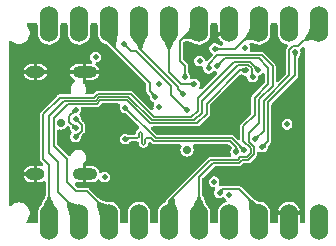
<source format=gbl>
G04 #@! TF.GenerationSoftware,KiCad,Pcbnew,7.0.9*
G04 #@! TF.CreationDate,2024-05-28T21:08:52+09:00*
G04 #@! TF.ProjectId,Geekble_Mini_ESP32C3,4765656b-626c-4655-9f4d-696e695f4553,1*
G04 #@! TF.SameCoordinates,Original*
G04 #@! TF.FileFunction,Copper,L4,Bot*
G04 #@! TF.FilePolarity,Positive*
%FSLAX46Y46*%
G04 Gerber Fmt 4.6, Leading zero omitted, Abs format (unit mm)*
G04 Created by KiCad (PCBNEW 7.0.9) date 2024-05-28 21:08:52*
%MOMM*%
%LPD*%
G01*
G04 APERTURE LIST*
G04 #@! TA.AperFunction,ComponentPad*
%ADD10O,1.524000X3.048000*%
G04 #@! TD*
G04 #@! TA.AperFunction,ComponentPad*
%ADD11C,1.016000*%
G04 #@! TD*
G04 #@! TA.AperFunction,ComponentPad*
%ADD12O,2.100000X1.000000*%
G04 #@! TD*
G04 #@! TA.AperFunction,ComponentPad*
%ADD13O,1.600000X1.000000*%
G04 #@! TD*
G04 #@! TA.AperFunction,ViaPad*
%ADD14C,0.700000*%
G04 #@! TD*
G04 #@! TA.AperFunction,ViaPad*
%ADD15C,0.500000*%
G04 #@! TD*
G04 #@! TA.AperFunction,Conductor*
%ADD16C,0.131000*%
G04 #@! TD*
G04 #@! TA.AperFunction,Conductor*
%ADD17C,0.130000*%
G04 #@! TD*
G04 APERTURE END LIST*
D10*
X42969990Y-27728010D03*
D11*
X42969990Y-27220010D03*
D10*
X32809990Y-27728010D03*
D11*
X32809990Y-27220010D03*
D10*
X35349990Y-27728010D03*
D11*
X35349990Y-27220010D03*
D10*
X48049990Y-27728010D03*
D11*
X48049990Y-27220010D03*
D10*
X40429990Y-44492010D03*
D11*
X40429990Y-45000010D03*
D10*
X32809990Y-44492010D03*
D11*
X32809990Y-45000010D03*
D10*
X55669990Y-44492010D03*
D11*
X55669990Y-45000010D03*
D10*
X37889990Y-44492010D03*
D11*
X37889990Y-45000010D03*
D10*
X50589990Y-27728010D03*
D11*
X50589990Y-27220010D03*
D10*
X40429990Y-27728010D03*
D11*
X40429990Y-27220010D03*
D10*
X42969990Y-44492010D03*
D11*
X42969990Y-45000010D03*
D10*
X48049990Y-44492010D03*
D11*
X48049990Y-45000010D03*
D10*
X50589990Y-44492010D03*
D11*
X50589990Y-45000010D03*
D10*
X55669990Y-27728010D03*
D11*
X55669990Y-27220010D03*
D10*
X45509990Y-27728010D03*
D11*
X45509990Y-27220010D03*
D10*
X53129990Y-27728010D03*
D11*
X53129990Y-27220010D03*
D10*
X53129990Y-44492010D03*
D11*
X53129990Y-45000010D03*
D12*
X35824690Y-31790010D03*
X35824690Y-40430010D03*
D13*
X31644690Y-31790010D03*
X31644690Y-40430010D03*
D10*
X35349990Y-44492010D03*
D11*
X35349990Y-45000010D03*
D10*
X45509990Y-44492010D03*
D11*
X45509990Y-45000010D03*
D10*
X37889990Y-27728010D03*
D11*
X37889990Y-27220010D03*
D14*
X42461990Y-36745010D03*
D15*
X53129990Y-33570010D03*
D14*
X40429990Y-33316010D03*
D15*
X44449990Y-40100010D03*
X48684990Y-35475010D03*
X54145990Y-34586010D03*
X48684990Y-34205010D03*
X47414990Y-34205010D03*
D14*
X51859990Y-29760010D03*
D15*
X54145990Y-37634010D03*
X48049990Y-33570010D03*
D14*
X39032990Y-32681010D03*
X40429990Y-39158010D03*
D15*
X30269990Y-32300010D03*
X54145990Y-35602010D03*
X48049990Y-34840010D03*
X54145990Y-32554010D03*
X46779990Y-34840010D03*
X30269990Y-33570010D03*
X52494990Y-31665010D03*
D14*
X37381990Y-41825010D03*
D15*
X54145990Y-33570010D03*
D14*
X47645990Y-40146010D03*
D15*
X46599990Y-38225010D03*
X49599990Y-39750010D03*
X54145990Y-36618010D03*
X49319990Y-34840010D03*
X30269990Y-39920010D03*
X30269990Y-38650010D03*
X47414990Y-35475010D03*
D14*
X41826990Y-40428010D03*
D15*
X48049990Y-36110010D03*
X46830790Y-29810810D03*
D14*
X44493990Y-38396010D03*
D15*
X42099990Y-34750010D03*
X45549990Y-30863010D03*
X37508990Y-40682010D03*
X36746990Y-30522010D03*
X42124990Y-32825010D03*
X49399990Y-29725010D03*
X46779990Y-41063010D03*
X52962490Y-36212510D03*
X50488390Y-31588810D03*
X50042109Y-32215337D03*
X49449990Y-31650010D03*
X47033990Y-31284010D03*
X47249990Y-42000010D03*
X41799990Y-33875010D03*
X39149990Y-29375010D03*
X44524990Y-35000010D03*
X44176490Y-33633510D03*
X45124990Y-32800010D03*
X44319371Y-32215744D03*
X46312046Y-31459628D03*
X53649990Y-30100010D03*
X50874990Y-38125010D03*
X50223195Y-37492805D03*
X35052000Y-37253010D03*
X35052000Y-35729010D03*
X35052000Y-34967010D03*
X35052500Y-36491010D03*
X48624990Y-38525010D03*
X39243000Y-37465000D03*
X49324990Y-38425010D03*
X39243000Y-34798000D03*
D14*
X33825990Y-36110010D03*
D15*
X48049990Y-42200010D03*
D16*
X46830790Y-29810810D02*
X48574190Y-29810810D01*
X48574190Y-29810810D02*
X49894990Y-28490010D01*
X49894990Y-28490010D02*
X50589990Y-28490010D01*
X32301990Y-35348010D02*
X32301990Y-39158010D01*
X36933942Y-33650010D02*
X36637442Y-33946510D01*
X39712490Y-33650010D02*
X36933942Y-33650010D01*
X49791090Y-30891510D02*
X48442490Y-30891510D01*
X41664490Y-35602010D02*
X39712490Y-33650010D01*
X50488390Y-31588810D02*
X49791090Y-30891510D01*
X36637442Y-33946510D02*
X33703490Y-33946510D01*
X32301990Y-39158010D02*
X32809990Y-39666010D01*
X45382990Y-35063299D02*
X44844279Y-35602010D01*
X33703490Y-33946510D02*
X32301990Y-35348010D01*
X48442490Y-30891510D02*
X45382990Y-33951010D01*
X32809990Y-39666010D02*
X32809990Y-43730010D01*
X45382990Y-33951010D02*
X45382990Y-35063299D01*
X44844279Y-35602010D02*
X41664490Y-35602010D01*
X50042109Y-32215337D02*
X49991890Y-32165118D01*
X34076490Y-34208510D02*
X32784590Y-35500410D01*
X48815490Y-31153510D02*
X45763990Y-34205010D01*
X37042466Y-33912010D02*
X36745966Y-34208510D01*
X39535228Y-33912010D02*
X37042466Y-33912010D01*
X33571990Y-39412010D02*
X33571990Y-41952010D01*
X49991890Y-31462834D02*
X49682566Y-31153510D01*
X32784590Y-38624610D02*
X33571990Y-39412010D01*
X45121990Y-35863010D02*
X41486228Y-35863010D01*
X41486228Y-35863010D02*
X39535228Y-33912010D01*
X33571990Y-41952010D02*
X35349990Y-43730010D01*
X49991890Y-32165118D02*
X49991890Y-31462834D01*
X49682566Y-31153510D02*
X48815490Y-31153510D01*
X45763990Y-34205010D02*
X45763990Y-35221010D01*
X32784590Y-35500410D02*
X32784590Y-38624610D01*
X36745966Y-34208510D02*
X34076490Y-34208510D01*
X45763990Y-35221010D02*
X45121990Y-35863010D01*
X34333990Y-41063010D02*
X34333990Y-39158010D01*
X39797466Y-34544772D02*
X39797466Y-34550010D01*
X45368990Y-36124010D02*
X46144990Y-35348010D01*
X39426704Y-34174010D02*
X39797466Y-34544772D01*
X34449490Y-34470510D02*
X36854490Y-34470510D01*
X48953990Y-31650010D02*
X49449990Y-31650010D01*
X34333990Y-39158010D02*
X33229490Y-38053510D01*
X39797466Y-34550010D02*
X41371466Y-36124010D01*
X33229490Y-38053510D02*
X33229490Y-35690510D01*
X33229490Y-35690510D02*
X34449490Y-34470510D01*
X36854490Y-34470510D02*
X37150990Y-34174010D01*
X37889990Y-43730010D02*
X35984990Y-41825010D01*
X46144990Y-35348010D02*
X46144990Y-34459010D01*
X46144990Y-34459010D02*
X48953990Y-31650010D01*
X35984990Y-41825010D02*
X35095990Y-41825010D01*
X37150990Y-34174010D02*
X39426704Y-34174010D01*
X41371466Y-36124010D02*
X45368990Y-36124010D01*
X35095990Y-41825010D02*
X34333990Y-41063010D01*
X42969990Y-43730010D02*
X42969990Y-42714010D01*
D17*
X51351990Y-32808010D02*
X50208990Y-33951010D01*
X50570990Y-30630010D02*
X51351990Y-31411010D01*
D16*
X49899990Y-38240866D02*
X49269190Y-37610066D01*
D17*
X47687990Y-30630010D02*
X50570990Y-30630010D01*
D16*
X49562674Y-38992510D02*
X49899990Y-38655194D01*
X49269190Y-36364010D02*
X50208990Y-35424210D01*
X50208990Y-35424210D02*
X50208990Y-35221010D01*
X46458990Y-39225010D02*
X48780174Y-39225010D01*
X49899990Y-38655194D02*
X49899990Y-38240866D01*
D17*
X50208990Y-33951010D02*
X50208990Y-35221010D01*
D16*
X49269190Y-37610066D02*
X49269190Y-36364010D01*
D17*
X47033990Y-31284010D02*
X47687990Y-30630010D01*
D16*
X42969990Y-42714010D02*
X46458990Y-39225010D01*
X48780174Y-39225010D02*
X49012674Y-38992510D01*
X49012674Y-38992510D02*
X49562674Y-38992510D01*
D17*
X51351990Y-31411010D02*
X51351990Y-32808010D01*
D16*
X48904490Y-41704510D02*
X50589990Y-43390010D01*
D17*
X41799990Y-33875010D02*
X41318990Y-33394010D01*
X41318990Y-32681010D02*
X37889990Y-29252010D01*
X41318990Y-33394010D02*
X41318990Y-32681010D01*
D16*
X50589990Y-43390010D02*
X50589990Y-43730010D01*
X47545490Y-41704510D02*
X48904490Y-41704510D01*
D17*
X37889990Y-29252010D02*
X37889990Y-28490010D01*
D16*
X47249990Y-42000010D02*
X47545490Y-41704510D01*
X44399990Y-35000010D02*
X43096990Y-33697010D01*
X43096990Y-33697010D02*
X43096990Y-32935010D01*
X43096990Y-32935010D02*
X40175990Y-30014010D01*
X44524990Y-35000010D02*
X44399990Y-35000010D01*
X40175990Y-30014010D02*
X39763990Y-30014010D01*
X39763990Y-30014010D02*
X39149990Y-29400010D01*
D17*
X43731990Y-33062010D02*
X40429990Y-29760010D01*
X44176490Y-33633510D02*
X43731990Y-33189010D01*
X43731990Y-33189010D02*
X43731990Y-33062010D01*
X40429990Y-29760010D02*
X40429990Y-28490010D01*
D16*
X45124990Y-32800010D02*
X43977990Y-32800010D01*
X43977990Y-32800010D02*
X42969990Y-31792010D01*
X42969990Y-31792010D02*
X42969990Y-28490010D01*
X44319371Y-32215744D02*
X44319371Y-31236391D01*
X43899990Y-30817010D02*
X43899990Y-29175010D01*
X44319371Y-31236391D02*
X43899990Y-30817010D01*
X44584990Y-28490010D02*
X45509990Y-28490010D01*
X43899990Y-29175010D02*
X44584990Y-28490010D01*
D17*
X50589990Y-36059210D02*
X50589990Y-34078010D01*
X50589990Y-34078010D02*
X51732990Y-32935010D01*
X51732990Y-31284010D02*
X50817990Y-30369010D01*
X46312046Y-31116954D02*
X46312046Y-31459628D01*
X50161490Y-38763510D02*
X50161490Y-38132549D01*
X49670990Y-39254010D02*
X50161490Y-38763510D01*
X49120990Y-39254010D02*
X49670990Y-39254010D01*
X51732990Y-32935010D02*
X51732990Y-31284010D01*
X47059990Y-30369010D02*
X46312046Y-31116954D01*
X45509990Y-43730010D02*
X45509990Y-40682010D01*
X49727195Y-36922005D02*
X50589990Y-36059210D01*
X45509990Y-40682010D02*
X46705490Y-39486510D01*
X50161490Y-38132549D02*
X49727195Y-37698255D01*
X50817990Y-30369010D02*
X47059990Y-30369010D01*
X46705490Y-39486510D02*
X48888490Y-39486510D01*
X48888490Y-39486510D02*
X49120990Y-39254010D01*
X49727195Y-37698255D02*
X49727195Y-36922005D01*
D16*
X50874990Y-38125010D02*
X51359990Y-37640010D01*
X53649990Y-32070534D02*
X53649990Y-30100010D01*
X51359990Y-34360534D02*
X53649990Y-32070534D01*
X51359990Y-37640010D02*
X51359990Y-34360534D01*
X50978490Y-36737510D02*
X50978490Y-34197510D01*
X55034990Y-28490010D02*
X55669990Y-28490010D01*
X53153490Y-32022510D02*
X53153490Y-29894352D01*
X50978490Y-34197510D02*
X53153490Y-32022510D01*
X53444332Y-29603510D02*
X53921490Y-29603510D01*
X50223195Y-37492805D02*
X50978490Y-36737510D01*
X53921490Y-29603510D02*
X55034990Y-28490010D01*
X53153490Y-29894352D02*
X53444332Y-29603510D01*
X35567500Y-36737510D02*
X35567500Y-36244510D01*
X35052000Y-37253010D02*
X35567500Y-36737510D01*
X35567500Y-36244510D02*
X35052000Y-35729010D01*
X34536500Y-35975010D02*
X35052500Y-36491010D01*
X35052000Y-34967010D02*
X34536500Y-35482510D01*
X34536500Y-35482510D02*
X34536500Y-35975010D01*
X41456608Y-37380010D02*
X41064990Y-37380010D01*
X39327990Y-37380010D02*
X39243000Y-37465000D01*
X40673490Y-37799510D02*
X40673490Y-37510510D01*
X48624990Y-38093412D02*
X48172088Y-37640510D01*
X40281990Y-37380010D02*
X40248618Y-37380010D01*
X40934490Y-37510510D02*
X40934490Y-37799510D01*
X40673490Y-37510510D02*
X40673490Y-36960510D01*
X40412490Y-36960510D02*
X40412490Y-37249510D01*
X40248618Y-37380010D02*
X39327990Y-37380010D01*
X48624990Y-38525010D02*
X48624990Y-38093412D01*
X48172088Y-37640510D02*
X41717108Y-37640510D01*
X41717108Y-37640510D02*
X41456608Y-37380010D01*
X40542990Y-36829990D02*
G75*
G03*
X40412490Y-36960510I10J-130510D01*
G01*
X41064990Y-37379990D02*
G75*
G03*
X40934490Y-37510510I10J-130510D01*
G01*
X40673490Y-37799510D02*
G75*
G03*
X40803990Y-37930010I130510J10D01*
G01*
X40673490Y-36960510D02*
G75*
G03*
X40542990Y-36830010I-130490J10D01*
G01*
X40281990Y-37379990D02*
G75*
G03*
X40412490Y-37249510I10J130490D01*
G01*
X40803990Y-37929990D02*
G75*
G03*
X40934490Y-37799510I10J130490D01*
G01*
D17*
X41825010Y-37380010D02*
X48279990Y-37380010D01*
X48279990Y-37380010D02*
X49324990Y-38425010D01*
X39243000Y-34798000D02*
X41825010Y-37380010D01*
G04 #@! TA.AperFunction,Conductor*
G36*
X31772990Y-27640472D02*
G01*
X31827528Y-27695010D01*
X31847490Y-27769510D01*
X31847490Y-28538834D01*
X31862329Y-28684755D01*
X31862329Y-28684756D01*
X31920930Y-28871535D01*
X32015930Y-29042690D01*
X32015934Y-29042696D01*
X32143435Y-29191217D01*
X32143439Y-29191221D01*
X32298235Y-29311043D01*
X32440942Y-29381043D01*
X32473985Y-29397251D01*
X32663489Y-29446318D01*
X32858991Y-29456232D01*
X33052487Y-29426590D01*
X33236055Y-29358604D01*
X33402181Y-29255057D01*
X33544061Y-29120189D01*
X33655889Y-28959522D01*
X33733085Y-28779633D01*
X33772490Y-28587887D01*
X33772490Y-27769510D01*
X33792452Y-27695010D01*
X33846990Y-27640472D01*
X33921490Y-27620510D01*
X34238490Y-27620510D01*
X34312990Y-27640472D01*
X34367528Y-27695010D01*
X34387490Y-27769510D01*
X34387490Y-28538834D01*
X34402329Y-28684755D01*
X34402329Y-28684756D01*
X34460930Y-28871535D01*
X34555930Y-29042690D01*
X34555934Y-29042696D01*
X34683435Y-29191217D01*
X34683439Y-29191221D01*
X34838235Y-29311043D01*
X34980942Y-29381043D01*
X35013985Y-29397251D01*
X35203489Y-29446318D01*
X35398991Y-29456232D01*
X35592487Y-29426590D01*
X35776055Y-29358604D01*
X35942181Y-29255057D01*
X36084061Y-29120189D01*
X36195889Y-28959522D01*
X36273085Y-28779633D01*
X36312490Y-28587887D01*
X36312490Y-27769510D01*
X36332452Y-27695010D01*
X36386990Y-27640472D01*
X36461490Y-27620510D01*
X36778490Y-27620510D01*
X36852990Y-27640472D01*
X36907528Y-27695010D01*
X36927490Y-27769510D01*
X36927490Y-28538834D01*
X36942329Y-28684755D01*
X36942329Y-28684756D01*
X37000930Y-28871535D01*
X37095930Y-29042690D01*
X37095934Y-29042696D01*
X37223435Y-29191217D01*
X37223439Y-29191221D01*
X37378235Y-29311043D01*
X37553984Y-29397251D01*
X37593754Y-29407547D01*
X37650783Y-29422313D01*
X37705304Y-29449249D01*
X37731498Y-29469763D01*
X37738248Y-29475742D01*
X38186976Y-29924470D01*
X38190811Y-29928608D01*
X38221236Y-29964028D01*
X38224449Y-29967498D01*
X38231881Y-29972673D01*
X38252098Y-29989592D01*
X39635824Y-31373318D01*
X41009849Y-32747342D01*
X41048413Y-32814137D01*
X41053490Y-32852701D01*
X41053490Y-33353182D01*
X41050627Y-33382251D01*
X41049594Y-33387447D01*
X41048288Y-33394010D01*
X41054290Y-33424181D01*
X41066339Y-33484754D01*
X41068895Y-33497604D01*
X41127572Y-33585422D01*
X41127574Y-33585424D01*
X41127575Y-33585425D01*
X41131122Y-33587795D01*
X41137537Y-33592081D01*
X41160119Y-33610613D01*
X41226168Y-33676662D01*
X41245357Y-33702218D01*
X41245933Y-33701824D01*
X41250068Y-33707857D01*
X41280898Y-33744534D01*
X41312074Y-33807116D01*
X41314934Y-33819592D01*
X41317158Y-33829295D01*
X41320814Y-33847417D01*
X41333297Y-33909303D01*
X41334673Y-33915217D01*
X41336455Y-33921965D01*
X41338304Y-33928172D01*
X41371179Y-34026989D01*
X41372670Y-34031011D01*
X41372673Y-34031016D01*
X41381456Y-34044766D01*
X41386445Y-34053933D01*
X41417106Y-34121070D01*
X41417107Y-34121071D01*
X41417108Y-34121073D01*
X41501941Y-34218977D01*
X41610921Y-34289014D01*
X41626113Y-34293474D01*
X41691968Y-34333613D01*
X41728934Y-34401306D01*
X41727101Y-34478412D01*
X41719670Y-34498335D01*
X41663292Y-34621784D01*
X41644857Y-34750006D01*
X41644857Y-34750014D01*
X41657749Y-34839683D01*
X41648593Y-34916265D01*
X41602371Y-34978009D01*
X41531470Y-35008370D01*
X41454888Y-34999214D01*
X41404907Y-34966246D01*
X39929481Y-33490821D01*
X39910951Y-33468242D01*
X39909695Y-33466362D01*
X39904265Y-33458235D01*
X39837078Y-33413342D01*
X39816279Y-33399444D01*
X39816276Y-33399443D01*
X39738687Y-33384010D01*
X39712490Y-33378799D01*
X39712489Y-33378799D01*
X39700685Y-33381147D01*
X39671617Y-33384010D01*
X36974815Y-33384010D01*
X36945747Y-33381147D01*
X36933943Y-33378799D01*
X36933942Y-33378799D01*
X36907745Y-33384010D01*
X36830155Y-33399443D01*
X36830152Y-33399444D01*
X36742167Y-33458234D01*
X36742165Y-33458236D01*
X36735479Y-33468243D01*
X36716952Y-33490818D01*
X36570904Y-33636868D01*
X36504109Y-33675433D01*
X36465544Y-33680510D01*
X36037230Y-33680510D01*
X35962730Y-33660548D01*
X35908192Y-33606010D01*
X35888230Y-33531510D01*
X35902411Y-33468068D01*
X35907038Y-33458235D01*
X35923063Y-33424181D01*
X35954096Y-33261496D01*
X35943697Y-33096205D01*
X35892518Y-32938693D01*
X35820373Y-32825010D01*
X35803777Y-32798859D01*
X35803776Y-32798858D01*
X35690008Y-32692021D01*
X35649367Y-32626475D01*
X35646945Y-32549385D01*
X35674690Y-32497640D01*
X35674690Y-32090010D01*
X35974690Y-32090010D01*
X35974690Y-32490010D01*
X36417023Y-32490010D01*
X36543442Y-32474660D01*
X36702387Y-32414379D01*
X36842281Y-32317818D01*
X36842288Y-32317812D01*
X36955010Y-32190575D01*
X37034007Y-32040058D01*
X37058667Y-31940010D01*
X36637347Y-31940010D01*
X36647891Y-31926048D01*
X36678585Y-31818170D01*
X36668236Y-31706489D01*
X36635133Y-31640010D01*
X37058666Y-31640010D01*
X37034007Y-31539961D01*
X36955010Y-31389444D01*
X36955011Y-31389444D01*
X36842288Y-31262207D01*
X36842283Y-31262203D01*
X36795944Y-31230218D01*
X36745971Y-31171469D01*
X36732067Y-31095604D01*
X36757958Y-31022952D01*
X36816707Y-30972979D01*
X36838598Y-30964630D01*
X36936059Y-30936014D01*
X37045039Y-30865977D01*
X37129872Y-30768073D01*
X37183687Y-30650236D01*
X37196811Y-30558955D01*
X37202123Y-30522013D01*
X37202123Y-30522006D01*
X37186379Y-30412510D01*
X37183687Y-30393784D01*
X37129872Y-30275947D01*
X37129871Y-30275946D01*
X37129871Y-30275945D01*
X37062336Y-30198005D01*
X37045039Y-30178043D01*
X36936059Y-30108006D01*
X36811762Y-30071510D01*
X36682218Y-30071510D01*
X36557921Y-30108006D01*
X36557918Y-30108007D01*
X36557917Y-30108008D01*
X36448945Y-30178040D01*
X36448942Y-30178041D01*
X36448941Y-30178043D01*
X36448939Y-30178044D01*
X36448938Y-30178046D01*
X36364108Y-30275945D01*
X36310292Y-30393786D01*
X36291857Y-30522006D01*
X36291857Y-30522013D01*
X36310292Y-30650233D01*
X36364108Y-30768074D01*
X36429410Y-30843437D01*
X36463110Y-30912813D01*
X36457607Y-30989744D01*
X36414375Y-31053618D01*
X36344999Y-31087318D01*
X36316802Y-31090010D01*
X35974690Y-31090010D01*
X35974690Y-31490010D01*
X35674690Y-31490010D01*
X35674690Y-31090010D01*
X35232356Y-31090010D01*
X35105937Y-31105359D01*
X34946992Y-31165640D01*
X34807098Y-31262201D01*
X34807091Y-31262207D01*
X34694369Y-31389444D01*
X34615372Y-31539961D01*
X34590713Y-31640010D01*
X35012033Y-31640010D01*
X35001489Y-31653972D01*
X34970795Y-31761850D01*
X34981144Y-31873531D01*
X35014247Y-31940010D01*
X34590713Y-31940010D01*
X34615372Y-32040058D01*
X34694369Y-32190575D01*
X34694368Y-32190575D01*
X34807091Y-32317812D01*
X34807098Y-32317818D01*
X34948898Y-32415695D01*
X34998871Y-32474444D01*
X35012774Y-32550309D01*
X34986882Y-32622961D01*
X34951838Y-32658863D01*
X34842402Y-32738373D01*
X34842399Y-32738377D01*
X34736836Y-32865979D01*
X34736830Y-32865990D01*
X34666318Y-33015834D01*
X34666317Y-33015836D01*
X34635284Y-33178524D01*
X34645683Y-33343816D01*
X34645684Y-33343819D01*
X34691708Y-33485467D01*
X34695745Y-33562489D01*
X34660729Y-33631211D01*
X34596044Y-33673217D01*
X34550001Y-33680510D01*
X33744363Y-33680510D01*
X33715295Y-33677647D01*
X33703491Y-33675299D01*
X33703490Y-33675299D01*
X33677293Y-33680510D01*
X33599703Y-33695943D01*
X33599700Y-33695944D01*
X33511713Y-33754736D01*
X33505025Y-33764745D01*
X33486500Y-33787317D01*
X32142800Y-35131018D01*
X32120228Y-35149543D01*
X32110216Y-35156233D01*
X32051424Y-35244220D01*
X32051423Y-35244223D01*
X32033166Y-35336010D01*
X32030779Y-35348010D01*
X32032750Y-35357921D01*
X32033127Y-35359812D01*
X32035990Y-35388882D01*
X32035990Y-39117137D01*
X32033127Y-39146204D01*
X32030779Y-39158010D01*
X32043311Y-39221010D01*
X32051424Y-39261798D01*
X32110215Y-39349785D01*
X32120224Y-39356472D01*
X32142801Y-39375001D01*
X32266556Y-39498756D01*
X32305120Y-39565551D01*
X32305120Y-39642679D01*
X32266556Y-39709474D01*
X32199761Y-39748038D01*
X32122633Y-39748038D01*
X32117211Y-39746288D01*
X32113444Y-39745360D01*
X31987024Y-39730010D01*
X31794690Y-39730010D01*
X31794690Y-40130010D01*
X31494690Y-40130010D01*
X31494690Y-39730010D01*
X31302356Y-39730010D01*
X31175937Y-39745359D01*
X31016992Y-39805640D01*
X30877098Y-39902201D01*
X30877091Y-39902207D01*
X30764369Y-40029444D01*
X30685372Y-40179961D01*
X30660713Y-40280010D01*
X31082033Y-40280010D01*
X31071489Y-40293972D01*
X31040795Y-40401850D01*
X31051144Y-40513531D01*
X31084247Y-40580010D01*
X30660713Y-40580010D01*
X30685372Y-40680058D01*
X30764369Y-40830575D01*
X30764368Y-40830575D01*
X30877091Y-40957812D01*
X30877098Y-40957818D01*
X31016992Y-41054379D01*
X31175937Y-41114660D01*
X31302356Y-41130010D01*
X31494690Y-41130010D01*
X31494690Y-40730010D01*
X31794690Y-40730010D01*
X31794690Y-41130010D01*
X31987023Y-41130010D01*
X32113442Y-41114660D01*
X32272387Y-41054379D01*
X32310349Y-41028177D01*
X32383001Y-41002285D01*
X32458866Y-41016188D01*
X32517615Y-41066161D01*
X32543507Y-41138813D01*
X32543990Y-41150802D01*
X32543990Y-42126852D01*
X32533935Y-42180659D01*
X32427574Y-42455312D01*
X32426211Y-42458597D01*
X32304667Y-42732829D01*
X32302706Y-42736914D01*
X32184047Y-42965947D01*
X32181117Y-42971091D01*
X32147171Y-43025542D01*
X32123388Y-43054706D01*
X32075920Y-43099828D01*
X31964089Y-43260501D01*
X31936741Y-43324228D01*
X31934037Y-43329865D01*
X31928839Y-43339625D01*
X31925399Y-43348834D01*
X31925219Y-43348766D01*
X31922059Y-43358442D01*
X31886894Y-43440388D01*
X31847490Y-43632129D01*
X31847490Y-44450510D01*
X31827528Y-44525010D01*
X31772990Y-44579548D01*
X31698490Y-44599510D01*
X31047213Y-44599510D01*
X30972713Y-44579548D01*
X30918175Y-44525010D01*
X30898213Y-44450510D01*
X30918175Y-44376010D01*
X30942463Y-44346017D01*
X30942135Y-44345722D01*
X30947357Y-44339921D01*
X30947361Y-44339918D01*
X31059366Y-44185757D01*
X31136871Y-44011677D01*
X31176490Y-43825287D01*
X31176490Y-43634733D01*
X31136871Y-43448343D01*
X31059366Y-43274264D01*
X30988935Y-43177324D01*
X30947366Y-43120108D01*
X30947363Y-43120105D01*
X30947361Y-43120102D01*
X30860217Y-43041637D01*
X30805753Y-42992597D01*
X30640729Y-42897320D01*
X30640727Y-42897319D01*
X30459497Y-42838434D01*
X30317498Y-42823510D01*
X30317496Y-42823510D01*
X30222484Y-42823510D01*
X30222482Y-42823510D01*
X30080482Y-42838434D01*
X29899252Y-42897319D01*
X29899250Y-42897320D01*
X29734226Y-42992597D01*
X29649190Y-43069165D01*
X29580468Y-43104180D01*
X29503446Y-43100143D01*
X29438761Y-43058136D01*
X29403746Y-42989414D01*
X29400490Y-42958436D01*
X29400490Y-31940010D01*
X30660713Y-31940010D01*
X30685372Y-32040058D01*
X30764369Y-32190575D01*
X30764368Y-32190575D01*
X30877091Y-32317812D01*
X30877098Y-32317818D01*
X31016992Y-32414379D01*
X31175937Y-32474660D01*
X31302356Y-32490010D01*
X31494690Y-32490010D01*
X31494690Y-32090010D01*
X31794690Y-32090010D01*
X31794690Y-32490010D01*
X31987023Y-32490010D01*
X32113442Y-32474660D01*
X32272387Y-32414379D01*
X32412281Y-32317818D01*
X32412288Y-32317812D01*
X32525010Y-32190575D01*
X32604007Y-32040058D01*
X32628667Y-31940010D01*
X32207347Y-31940010D01*
X32217891Y-31926048D01*
X32248585Y-31818170D01*
X32238236Y-31706489D01*
X32205133Y-31640010D01*
X32628666Y-31640010D01*
X32604007Y-31539961D01*
X32525010Y-31389444D01*
X32525011Y-31389444D01*
X32412288Y-31262207D01*
X32412281Y-31262201D01*
X32272387Y-31165640D01*
X32113442Y-31105359D01*
X31987024Y-31090010D01*
X31794690Y-31090010D01*
X31794690Y-31490010D01*
X31494690Y-31490010D01*
X31494690Y-31090010D01*
X31302356Y-31090010D01*
X31175937Y-31105359D01*
X31016992Y-31165640D01*
X30877098Y-31262201D01*
X30877091Y-31262207D01*
X30764369Y-31389444D01*
X30685372Y-31539961D01*
X30660713Y-31640010D01*
X31082033Y-31640010D01*
X31071489Y-31653972D01*
X31040795Y-31761850D01*
X31051144Y-31873531D01*
X31084247Y-31940010D01*
X30660713Y-31940010D01*
X29400490Y-31940010D01*
X29400490Y-29261583D01*
X29420452Y-29187083D01*
X29474990Y-29132545D01*
X29549490Y-29112583D01*
X29623990Y-29132545D01*
X29649187Y-29150852D01*
X29734228Y-29227423D01*
X29899252Y-29322700D01*
X30080480Y-29381585D01*
X30151482Y-29389047D01*
X30222482Y-29396510D01*
X30222484Y-29396510D01*
X30317498Y-29396510D01*
X30374297Y-29390540D01*
X30459500Y-29381585D01*
X30640728Y-29322700D01*
X30805752Y-29227423D01*
X30947361Y-29099918D01*
X31059366Y-28945757D01*
X31136871Y-28771677D01*
X31176490Y-28585287D01*
X31176490Y-28394733D01*
X31136871Y-28208343D01*
X31059366Y-28034264D01*
X30964277Y-27903385D01*
X30947366Y-27880108D01*
X30942135Y-27874299D01*
X30943095Y-27873434D01*
X30905506Y-27815556D01*
X30901468Y-27738534D01*
X30936483Y-27669812D01*
X31001167Y-27627803D01*
X31047213Y-27620510D01*
X31698490Y-27620510D01*
X31772990Y-27640472D01*
G37*
G04 #@! TD.AperFunction*
G04 #@! TA.AperFunction,Conductor*
G36*
X38753884Y-34459972D02*
G01*
X38808422Y-34514510D01*
X38828384Y-34589010D01*
X38814919Y-34650907D01*
X38806302Y-34669774D01*
X38787867Y-34797996D01*
X38787867Y-34798003D01*
X38806302Y-34926223D01*
X38860118Y-35044064D01*
X38898686Y-35088574D01*
X38944951Y-35141967D01*
X39053931Y-35212004D01*
X39057576Y-35213074D01*
X39063011Y-35214670D01*
X39087580Y-35225101D01*
X39087655Y-35224934D01*
X39094336Y-35227912D01*
X39094340Y-35227913D01*
X39094343Y-35227915D01*
X39167678Y-35252311D01*
X39189769Y-35259660D01*
X39195866Y-35261481D01*
X39201353Y-35262936D01*
X39202620Y-35263273D01*
X39208644Y-35264678D01*
X39288712Y-35280830D01*
X39310882Y-35285911D01*
X39373471Y-35317088D01*
X39385038Y-35326811D01*
X39410146Y-35347917D01*
X39410148Y-35347918D01*
X39410305Y-35348009D01*
X39410502Y-35348123D01*
X39411151Y-35348621D01*
X39415486Y-35351662D01*
X39415354Y-35351849D01*
X39441282Y-35371756D01*
X40424187Y-36354661D01*
X40462751Y-36421456D01*
X40462751Y-36498584D01*
X40424187Y-36565379D01*
X40393338Y-36589052D01*
X40299514Y-36643230D01*
X40225691Y-36717066D01*
X40173500Y-36807480D01*
X40146486Y-36908327D01*
X40146485Y-36908331D01*
X40146490Y-36955215D01*
X40146490Y-36965010D01*
X40126528Y-37039510D01*
X40071990Y-37094048D01*
X39997490Y-37114010D01*
X39756637Y-37114010D01*
X39725944Y-37110814D01*
X39716819Y-37108893D01*
X39715395Y-37108877D01*
X39638860Y-37108022D01*
X39633975Y-37107807D01*
X39591635Y-37104550D01*
X39581624Y-37103091D01*
X39557741Y-37097938D01*
X39548658Y-37095366D01*
X39505021Y-37079969D01*
X39501592Y-37078663D01*
X39427252Y-37048238D01*
X39427246Y-37048236D01*
X39416744Y-37046171D01*
X39410132Y-37044554D01*
X39307776Y-37014501D01*
X39307774Y-37014500D01*
X39307772Y-37014500D01*
X39178228Y-37014500D01*
X39053931Y-37050996D01*
X39053928Y-37050997D01*
X39053927Y-37050998D01*
X38944955Y-37121030D01*
X38944952Y-37121031D01*
X38944951Y-37121033D01*
X38944949Y-37121034D01*
X38944948Y-37121036D01*
X38860118Y-37218935D01*
X38806302Y-37336776D01*
X38787867Y-37464996D01*
X38787867Y-37465003D01*
X38806302Y-37593223D01*
X38806302Y-37593224D01*
X38806303Y-37593226D01*
X38818645Y-37620250D01*
X38860118Y-37711064D01*
X38915282Y-37774727D01*
X38944951Y-37808967D01*
X39053931Y-37879004D01*
X39178228Y-37915500D01*
X39178231Y-37915500D01*
X39307769Y-37915500D01*
X39307772Y-37915500D01*
X39432069Y-37879004D01*
X39442434Y-37872342D01*
X39450864Y-37867665D01*
X39455920Y-37865272D01*
X39455934Y-37865268D01*
X39549063Y-37809431D01*
X39560817Y-37801219D01*
X39574502Y-37790162D01*
X39574501Y-37790162D01*
X39574507Y-37790158D01*
X39574506Y-37790158D01*
X39585004Y-37780390D01*
X39585005Y-37780389D01*
X39619209Y-37743798D01*
X39652781Y-37707883D01*
X39657152Y-37702916D01*
X39657755Y-37702185D01*
X39720597Y-37657471D01*
X39743509Y-37651409D01*
X39743491Y-37651332D01*
X39747401Y-37650379D01*
X39748785Y-37650013D01*
X39749149Y-37649955D01*
X39749150Y-37649954D01*
X39754906Y-37649022D01*
X39754967Y-37649400D01*
X39783228Y-37646010D01*
X40258490Y-37646010D01*
X40332990Y-37665972D01*
X40387528Y-37720510D01*
X40407490Y-37795010D01*
X40407490Y-37830168D01*
X40407492Y-37830220D01*
X40407494Y-37846623D01*
X40407494Y-37851727D01*
X40434518Y-37952561D01*
X40486717Y-38042967D01*
X40560533Y-38116783D01*
X40650939Y-38168982D01*
X40751773Y-38196006D01*
X40803970Y-38196010D01*
X40850873Y-38196013D01*
X40850873Y-38196012D01*
X40856020Y-38196013D01*
X40856166Y-38195994D01*
X40856166Y-38195993D01*
X40856168Y-38195994D01*
X40957011Y-38168981D01*
X40999151Y-38144656D01*
X41047423Y-38116791D01*
X41047423Y-38116790D01*
X41047426Y-38116789D01*
X41121252Y-38042975D01*
X41173458Y-37952568D01*
X41200486Y-37851729D01*
X41200486Y-37851726D01*
X41201762Y-37842045D01*
X41205121Y-37842487D01*
X41220448Y-37785286D01*
X41274986Y-37730748D01*
X41349486Y-37710786D01*
X41423986Y-37730748D01*
X41454845Y-37754427D01*
X41500116Y-37799698D01*
X41518647Y-37822279D01*
X41525331Y-37832283D01*
X41525333Y-37832285D01*
X41544724Y-37845242D01*
X41544733Y-37845249D01*
X41554432Y-37851729D01*
X41567745Y-37860624D01*
X41577708Y-37867281D01*
X41613318Y-37891075D01*
X41613319Y-37891075D01*
X41613320Y-37891076D01*
X41690911Y-37906510D01*
X41717108Y-37911721D01*
X41717109Y-37911721D01*
X41728913Y-37909373D01*
X41757981Y-37906510D01*
X43877896Y-37906510D01*
X43952396Y-37926472D01*
X44006934Y-37981010D01*
X44026896Y-38055510D01*
X44015555Y-38112529D01*
X44013129Y-38118383D01*
X44013129Y-38118385D01*
X43966255Y-38231552D01*
X43957658Y-38252307D01*
X43938740Y-38396007D01*
X43938740Y-38396012D01*
X43957658Y-38539716D01*
X44013128Y-38673635D01*
X44047703Y-38718693D01*
X44101369Y-38788631D01*
X44122376Y-38804750D01*
X44216364Y-38876871D01*
X44350283Y-38932341D01*
X44493987Y-38951260D01*
X44493990Y-38951260D01*
X44493993Y-38951260D01*
X44637696Y-38932341D01*
X44637698Y-38932340D01*
X44637699Y-38932340D01*
X44771615Y-38876871D01*
X44886611Y-38788631D01*
X44974851Y-38673635D01*
X45030320Y-38539719D01*
X45030320Y-38539718D01*
X45030321Y-38539716D01*
X45049240Y-38396012D01*
X45049240Y-38396007D01*
X45030321Y-38252307D01*
X45030320Y-38252306D01*
X45030320Y-38252301D01*
X44974851Y-38118385D01*
X44974850Y-38118383D01*
X44972425Y-38112529D01*
X44962359Y-38036060D01*
X44991875Y-37964804D01*
X45053065Y-37917851D01*
X45110084Y-37906510D01*
X48000190Y-37906510D01*
X48074690Y-37926472D01*
X48105549Y-37950151D01*
X48233259Y-38077861D01*
X48271823Y-38144656D01*
X48271823Y-38221784D01*
X48246659Y-38269208D01*
X48247867Y-38269985D01*
X48242108Y-38278945D01*
X48237586Y-38288846D01*
X48235446Y-38293534D01*
X48235224Y-38294020D01*
X48231060Y-38301863D01*
X48223614Y-38314073D01*
X48219757Y-38320982D01*
X48217156Y-38326096D01*
X48215291Y-38329854D01*
X48215069Y-38330823D01*
X48205392Y-38359340D01*
X48188292Y-38396783D01*
X48188292Y-38396784D01*
X48169857Y-38525006D01*
X48169857Y-38525013D01*
X48188292Y-38653235D01*
X48231622Y-38748113D01*
X48244412Y-38824173D01*
X48217459Y-38896438D01*
X48157984Y-38945545D01*
X48096087Y-38959010D01*
X46499863Y-38959010D01*
X46470795Y-38956147D01*
X46458991Y-38953799D01*
X46458990Y-38953799D01*
X46432793Y-38959010D01*
X46355203Y-38974443D01*
X46355200Y-38974444D01*
X46267213Y-39033236D01*
X46260523Y-39043248D01*
X46241998Y-39065820D01*
X42810800Y-42497018D01*
X42788228Y-42515543D01*
X42778215Y-42522233D01*
X42723722Y-42603787D01*
X42719426Y-42610216D01*
X42719424Y-42610221D01*
X42703736Y-42689088D01*
X42669622Y-42758261D01*
X42664825Y-42763475D01*
X42635289Y-42794087D01*
X42628922Y-42799961D01*
X42581628Y-42838758D01*
X42550098Y-42856856D01*
X42550704Y-42858091D01*
X42543922Y-42861417D01*
X42377801Y-42964961D01*
X42377795Y-42964966D01*
X42324859Y-43015285D01*
X42319448Y-43019955D01*
X42315458Y-43023078D01*
X42315072Y-43023381D01*
X42310553Y-43027157D01*
X42304993Y-43031802D01*
X42298505Y-43038814D01*
X42298350Y-43038671D01*
X42289377Y-43049014D01*
X42235920Y-43099829D01*
X42124090Y-43260500D01*
X42046895Y-43440385D01*
X42046895Y-43440387D01*
X42007490Y-43632129D01*
X42007490Y-44450510D01*
X41987528Y-44525010D01*
X41932990Y-44579548D01*
X41858490Y-44599510D01*
X41541490Y-44599510D01*
X41466990Y-44579548D01*
X41412452Y-44525010D01*
X41392490Y-44450510D01*
X41392490Y-43681185D01*
X41377650Y-43535264D01*
X41377650Y-43535263D01*
X41377650Y-43535261D01*
X41333304Y-43393920D01*
X41319049Y-43348484D01*
X41224049Y-43177329D01*
X41224045Y-43177323D01*
X41096544Y-43028802D01*
X41096540Y-43028798D01*
X40941744Y-42908976D01*
X40765996Y-42822769D01*
X40652683Y-42793430D01*
X40576491Y-42773702D01*
X40576492Y-42773702D01*
X40504533Y-42770053D01*
X40380989Y-42763788D01*
X40380988Y-42763788D01*
X40380986Y-42763788D01*
X40187493Y-42793429D01*
X40003927Y-42861415D01*
X40003925Y-42861416D01*
X39837798Y-42964963D01*
X39695918Y-43099832D01*
X39584090Y-43260500D01*
X39506895Y-43440385D01*
X39506895Y-43440387D01*
X39467490Y-43632129D01*
X39467490Y-44450510D01*
X39447528Y-44525010D01*
X39392990Y-44579548D01*
X39318490Y-44599510D01*
X39001490Y-44599510D01*
X38926990Y-44579548D01*
X38872452Y-44525010D01*
X38852490Y-44450510D01*
X38852490Y-43681185D01*
X38837650Y-43535264D01*
X38837650Y-43535263D01*
X38837650Y-43535261D01*
X38793304Y-43393920D01*
X38779049Y-43348484D01*
X38684049Y-43177329D01*
X38684045Y-43177323D01*
X38556544Y-43028802D01*
X38556540Y-43028798D01*
X38401744Y-42908976D01*
X38225996Y-42822769D01*
X38112683Y-42793430D01*
X38036491Y-42773702D01*
X38036492Y-42773702D01*
X37964533Y-42770053D01*
X37840989Y-42763788D01*
X37840988Y-42763788D01*
X37840986Y-42763788D01*
X37740682Y-42779154D01*
X37673038Y-42773888D01*
X37468193Y-42708862D01*
X37458769Y-42705148D01*
X37226654Y-42594936D01*
X37218792Y-42590605D01*
X36982609Y-42441293D01*
X36956869Y-42420709D01*
X36201981Y-41665821D01*
X36183451Y-41643242D01*
X36176765Y-41633235D01*
X36147302Y-41613548D01*
X36088779Y-41574444D01*
X36088776Y-41574443D01*
X36011187Y-41559010D01*
X35984990Y-41553799D01*
X35984989Y-41553799D01*
X35973185Y-41556147D01*
X35944117Y-41559010D01*
X35267889Y-41559010D01*
X35193389Y-41539048D01*
X35162530Y-41515369D01*
X35019582Y-41372421D01*
X34981018Y-41305626D01*
X34981018Y-41228498D01*
X35019582Y-41161703D01*
X35086377Y-41123139D01*
X35142901Y-41119148D01*
X35232356Y-41130010D01*
X35674690Y-41130010D01*
X35674690Y-40730010D01*
X35974690Y-40730010D01*
X35974690Y-41130010D01*
X36417023Y-41130010D01*
X36543442Y-41114660D01*
X36702387Y-41054379D01*
X36842281Y-40957818D01*
X36842287Y-40957813D01*
X36887369Y-40906926D01*
X36951713Y-40864398D01*
X37028701Y-40859741D01*
X37097702Y-40894201D01*
X37124244Y-40925174D01*
X37126105Y-40928070D01*
X37151877Y-40957813D01*
X37210941Y-41025977D01*
X37319921Y-41096014D01*
X37444218Y-41132510D01*
X37444221Y-41132510D01*
X37573759Y-41132510D01*
X37573762Y-41132510D01*
X37698059Y-41096014D01*
X37807039Y-41025977D01*
X37891872Y-40928073D01*
X37945687Y-40810236D01*
X37958798Y-40719046D01*
X37964123Y-40682013D01*
X37964123Y-40682006D01*
X37945687Y-40553786D01*
X37945687Y-40553784D01*
X37891872Y-40435947D01*
X37891871Y-40435946D01*
X37891871Y-40435945D01*
X37814357Y-40346489D01*
X37807039Y-40338043D01*
X37698059Y-40268006D01*
X37573762Y-40231510D01*
X37444218Y-40231510D01*
X37319921Y-40268006D01*
X37319918Y-40268007D01*
X37319915Y-40268009D01*
X37267179Y-40301900D01*
X37193713Y-40325383D01*
X37118348Y-40308987D01*
X37061278Y-40257105D01*
X37041956Y-40212211D01*
X37034007Y-40179963D01*
X37034005Y-40179956D01*
X36955010Y-40029444D01*
X36955011Y-40029444D01*
X36842288Y-39902207D01*
X36842281Y-39902201D01*
X36702387Y-39805640D01*
X36543442Y-39745359D01*
X36417024Y-39730010D01*
X35974690Y-39730010D01*
X35974690Y-40130010D01*
X35674690Y-40130010D01*
X35674690Y-39722742D01*
X35646054Y-39673143D01*
X35646054Y-39596015D01*
X35684618Y-39529220D01*
X35702393Y-39514038D01*
X35746977Y-39481647D01*
X35852546Y-39354036D01*
X35923063Y-39204181D01*
X35954096Y-39041496D01*
X35943697Y-38876205D01*
X35892518Y-38718693D01*
X35803776Y-38578858D01*
X35683046Y-38465484D01*
X35683043Y-38465482D01*
X35537912Y-38385696D01*
X35377500Y-38344510D01*
X35377499Y-38344510D01*
X35253448Y-38344510D01*
X35253445Y-38344510D01*
X35130377Y-38360057D01*
X34976388Y-38421026D01*
X34842406Y-38518370D01*
X34842399Y-38518377D01*
X34736836Y-38645979D01*
X34736830Y-38645990D01*
X34666318Y-38795834D01*
X34663422Y-38804750D01*
X34659961Y-38803625D01*
X34634164Y-38856545D01*
X34570231Y-38899687D01*
X34493291Y-38905082D01*
X34423962Y-38871285D01*
X34416334Y-38864173D01*
X33539131Y-37986970D01*
X33500567Y-37920175D01*
X33495490Y-37881611D01*
X33495490Y-36790470D01*
X33515452Y-36715970D01*
X33569990Y-36661432D01*
X33644490Y-36641470D01*
X33672584Y-36645169D01*
X33672598Y-36645066D01*
X33825987Y-36665260D01*
X33825990Y-36665260D01*
X33825993Y-36665260D01*
X33969696Y-36646341D01*
X33969698Y-36646340D01*
X33969699Y-36646340D01*
X34103615Y-36590871D01*
X34218611Y-36502631D01*
X34302832Y-36392873D01*
X34306159Y-36388537D01*
X34367349Y-36341585D01*
X34443817Y-36331518D01*
X34515074Y-36361034D01*
X34562026Y-36422224D01*
X34570385Y-36449579D01*
X34585846Y-36525683D01*
X34587246Y-36531656D01*
X34589031Y-36538357D01*
X34590840Y-36544405D01*
X34623695Y-36643019D01*
X34625144Y-36646933D01*
X34625148Y-36646940D01*
X34633947Y-36660720D01*
X34638928Y-36669875D01*
X34669616Y-36737070D01*
X34669621Y-36737078D01*
X34701742Y-36774148D01*
X34735443Y-36843524D01*
X34729940Y-36920455D01*
X34701743Y-36969293D01*
X34669121Y-37006941D01*
X34669118Y-37006945D01*
X34615302Y-37124786D01*
X34596867Y-37253006D01*
X34596867Y-37253013D01*
X34615302Y-37381233D01*
X34615302Y-37381234D01*
X34615303Y-37381236D01*
X34626078Y-37404829D01*
X34669118Y-37499074D01*
X34704831Y-37540289D01*
X34753951Y-37596977D01*
X34862931Y-37667014D01*
X34987228Y-37703510D01*
X34987231Y-37703510D01*
X35116769Y-37703510D01*
X35116772Y-37703510D01*
X35241069Y-37667014D01*
X35350049Y-37596977D01*
X35434882Y-37499073D01*
X35467594Y-37427441D01*
X35470606Y-37421560D01*
X35481892Y-37401756D01*
X35513642Y-37306451D01*
X35515428Y-37300494D01*
X35517217Y-37293796D01*
X35517218Y-37293794D01*
X35518640Y-37287736D01*
X35518641Y-37287733D01*
X35534888Y-37207771D01*
X35540034Y-37185510D01*
X35571190Y-37123151D01*
X35602207Y-37086285D01*
X35602443Y-37085876D01*
X35603032Y-37085109D01*
X35605949Y-37080954D01*
X35606127Y-37081079D01*
X35626050Y-37055138D01*
X35726691Y-36954497D01*
X35749267Y-36935971D01*
X35759275Y-36929285D01*
X35818066Y-36841298D01*
X35828995Y-36786353D01*
X35838711Y-36737510D01*
X35838623Y-36737070D01*
X35836363Y-36725704D01*
X35833500Y-36696637D01*
X35833500Y-36285382D01*
X35836363Y-36256312D01*
X35836879Y-36253719D01*
X35838711Y-36244510D01*
X35818066Y-36140722D01*
X35818065Y-36140720D01*
X35803689Y-36119205D01*
X35759274Y-36052734D01*
X35749266Y-36046047D01*
X35726687Y-36027517D01*
X35626116Y-35926946D01*
X35606914Y-35901381D01*
X35606348Y-35901770D01*
X35602210Y-35895740D01*
X35602208Y-35895735D01*
X35571187Y-35858863D01*
X35540034Y-35796506D01*
X35534887Y-35774246D01*
X35518642Y-35694284D01*
X35517217Y-35688221D01*
X35515428Y-35681523D01*
X35513641Y-35675566D01*
X35513640Y-35675561D01*
X35480820Y-35577043D01*
X35479367Y-35573119D01*
X35479364Y-35573113D01*
X35470568Y-35559336D01*
X35465592Y-35550192D01*
X35434882Y-35482947D01*
X35402506Y-35445583D01*
X35368807Y-35376208D01*
X35374309Y-35299277D01*
X35402507Y-35250436D01*
X35407892Y-35244222D01*
X35434882Y-35213073D01*
X35488697Y-35095236D01*
X35499473Y-35020290D01*
X35507133Y-34967013D01*
X35507133Y-34967008D01*
X35498464Y-34906716D01*
X35507620Y-34830133D01*
X35553841Y-34768388D01*
X35624741Y-34738027D01*
X35645947Y-34736510D01*
X36813617Y-34736510D01*
X36842686Y-34739373D01*
X36854490Y-34741721D01*
X36958278Y-34721076D01*
X36975489Y-34709576D01*
X37046265Y-34662285D01*
X37052955Y-34652271D01*
X37071474Y-34629704D01*
X37217531Y-34483649D01*
X37284325Y-34445087D01*
X37322888Y-34440010D01*
X38679384Y-34440010D01*
X38753884Y-34459972D01*
G37*
G04 #@! TD.AperFunction*
G04 #@! TA.AperFunction,Conductor*
G36*
X54412350Y-29699549D02*
G01*
X54450913Y-29766344D01*
X54455990Y-29804907D01*
X54455990Y-44450510D01*
X54436028Y-44525010D01*
X54381490Y-44579548D01*
X54306990Y-44599510D01*
X54240990Y-44599510D01*
X54166490Y-44579548D01*
X54111952Y-44525010D01*
X54091990Y-44450510D01*
X54091990Y-43742142D01*
X53310262Y-44523869D01*
X53274582Y-44507575D01*
X53166324Y-44492010D01*
X53093656Y-44492010D01*
X52985398Y-44507575D01*
X52949717Y-44523869D01*
X52167990Y-43742142D01*
X52167990Y-44450510D01*
X52148028Y-44525010D01*
X52093490Y-44579548D01*
X52018990Y-44599510D01*
X51701490Y-44599510D01*
X51626990Y-44579548D01*
X51572452Y-44525010D01*
X51552490Y-44450510D01*
X51552490Y-43681185D01*
X51537650Y-43535264D01*
X51537650Y-43535263D01*
X51537650Y-43535261D01*
X51493304Y-43393920D01*
X51489648Y-43382268D01*
X52232380Y-43382268D01*
X52621990Y-43771878D01*
X52621990Y-43803049D01*
X52663145Y-43943211D01*
X52742121Y-44066100D01*
X52852520Y-44161762D01*
X52985398Y-44222445D01*
X53087192Y-44237080D01*
X53129989Y-44279877D01*
X53172784Y-44237081D01*
X53274582Y-44222445D01*
X53407460Y-44161762D01*
X53517859Y-44066100D01*
X53596835Y-43943211D01*
X53637990Y-43803049D01*
X53637990Y-43771876D01*
X54028759Y-43381107D01*
X54018587Y-43348686D01*
X54018581Y-43348673D01*
X53923638Y-43177620D01*
X53923635Y-43177616D01*
X53796190Y-43029160D01*
X53641482Y-42909406D01*
X53465820Y-42823239D01*
X53276416Y-42774200D01*
X53081011Y-42764290D01*
X52887623Y-42793916D01*
X52887621Y-42793916D01*
X52704151Y-42861865D01*
X52704148Y-42861866D01*
X52538109Y-42965359D01*
X52396299Y-43100159D01*
X52284531Y-43260740D01*
X52232380Y-43382268D01*
X51489648Y-43382268D01*
X51479049Y-43348484D01*
X51384049Y-43177329D01*
X51384045Y-43177323D01*
X51256544Y-43028802D01*
X51256540Y-43028798D01*
X51101744Y-42908976D01*
X50925996Y-42822769D01*
X50736491Y-42773702D01*
X50736493Y-42773702D01*
X50664552Y-42770053D01*
X50625481Y-42762763D01*
X50522361Y-42728791D01*
X50502686Y-42720710D01*
X50430489Y-42684832D01*
X50317317Y-42628591D01*
X50309234Y-42623922D01*
X50112574Y-42493252D01*
X50106152Y-42488469D01*
X49902128Y-42318732D01*
X49896807Y-42315035D01*
X49896999Y-42314757D01*
X49871133Y-42294973D01*
X49121481Y-41545321D01*
X49102951Y-41522742D01*
X49096265Y-41512735D01*
X49042802Y-41477012D01*
X49008279Y-41453944D01*
X49008276Y-41453943D01*
X48930687Y-41438510D01*
X48904490Y-41433299D01*
X48904489Y-41433299D01*
X48892685Y-41435647D01*
X48863617Y-41438510D01*
X47647192Y-41438510D01*
X47623554Y-41436623D01*
X47607848Y-41434099D01*
X47576122Y-41435274D01*
X47551370Y-41433299D01*
X47545488Y-41433299D01*
X47537941Y-41434800D01*
X47514392Y-41437561D01*
X47499577Y-41438109D01*
X47495390Y-41438265D01*
X47488857Y-41438716D01*
X47481606Y-41439449D01*
X47475110Y-41440315D01*
X47383318Y-41455556D01*
X47374852Y-41457330D01*
X47364511Y-41459957D01*
X47365800Y-41459572D01*
X47288703Y-41461775D01*
X47220834Y-41425134D01*
X47180378Y-41359468D01*
X47178175Y-41282371D01*
X47187604Y-41254916D01*
X47216687Y-41191236D01*
X47221296Y-41159179D01*
X47235123Y-41063013D01*
X47235123Y-41063006D01*
X47216687Y-40934786D01*
X47216687Y-40934784D01*
X47162872Y-40816947D01*
X47162871Y-40816946D01*
X47162871Y-40816945D01*
X47103426Y-40748342D01*
X47078039Y-40719043D01*
X46969059Y-40649006D01*
X46844762Y-40612510D01*
X46715218Y-40612510D01*
X46590921Y-40649006D01*
X46590918Y-40649007D01*
X46590917Y-40649008D01*
X46481945Y-40719040D01*
X46481942Y-40719041D01*
X46481941Y-40719043D01*
X46481939Y-40719044D01*
X46481938Y-40719046D01*
X46397108Y-40816945D01*
X46343292Y-40934786D01*
X46324857Y-41063006D01*
X46324857Y-41063013D01*
X46343292Y-41191233D01*
X46397108Y-41309074D01*
X46440775Y-41359468D01*
X46481941Y-41406977D01*
X46590921Y-41477014D01*
X46715218Y-41513510D01*
X46715221Y-41513510D01*
X46749183Y-41513510D01*
X46823683Y-41533472D01*
X46878221Y-41588010D01*
X46898183Y-41662510D01*
X46878221Y-41737010D01*
X46872646Y-41744837D01*
X46872870Y-41744981D01*
X46867108Y-41753945D01*
X46813292Y-41871786D01*
X46794857Y-42000006D01*
X46794857Y-42000013D01*
X46813292Y-42128233D01*
X46813292Y-42128234D01*
X46813293Y-42128236D01*
X46831910Y-42169001D01*
X46867108Y-42246074D01*
X46894032Y-42277146D01*
X46951941Y-42343977D01*
X47060921Y-42414014D01*
X47185218Y-42450510D01*
X47185221Y-42450510D01*
X47314759Y-42450510D01*
X47314762Y-42450510D01*
X47439059Y-42414014D01*
X47460524Y-42400218D01*
X47533987Y-42376735D01*
X47609352Y-42393129D01*
X47659415Y-42438637D01*
X47660129Y-42438019D01*
X47665302Y-42443989D01*
X47666424Y-42445009D01*
X47666425Y-42445010D01*
X47667107Y-42446071D01*
X47667108Y-42446073D01*
X47751941Y-42543977D01*
X47751943Y-42543978D01*
X47751944Y-42543979D01*
X47767363Y-42553888D01*
X47819244Y-42610958D01*
X47835639Y-42686324D01*
X47812155Y-42759790D01*
X47755085Y-42811671D01*
X47738557Y-42818960D01*
X47623927Y-42861415D01*
X47623925Y-42861416D01*
X47457798Y-42964963D01*
X47315918Y-43099832D01*
X47204090Y-43260500D01*
X47126895Y-43440385D01*
X47126895Y-43440387D01*
X47087490Y-43632129D01*
X47087490Y-44450510D01*
X47067528Y-44525010D01*
X47012990Y-44579548D01*
X46938490Y-44599510D01*
X46621490Y-44599510D01*
X46546990Y-44579548D01*
X46492452Y-44525010D01*
X46472490Y-44450510D01*
X46472490Y-43681185D01*
X46457650Y-43535264D01*
X46457650Y-43535263D01*
X46457650Y-43535261D01*
X46413304Y-43393920D01*
X46399049Y-43348484D01*
X46304049Y-43177329D01*
X46304045Y-43177323D01*
X46177016Y-43029352D01*
X46163660Y-43011173D01*
X46138630Y-42971054D01*
X46135697Y-42965909D01*
X46016941Y-42736869D01*
X46014988Y-42732805D01*
X45893345Y-42458559D01*
X45891992Y-42455302D01*
X45785558Y-42180659D01*
X45775490Y-42126818D01*
X45775490Y-40853701D01*
X45795452Y-40779201D01*
X45819131Y-40748342D01*
X46771822Y-39795651D01*
X46838617Y-39757087D01*
X46877181Y-39752010D01*
X48847662Y-39752010D01*
X48876731Y-39754873D01*
X48878258Y-39755176D01*
X48888490Y-39757212D01*
X48992083Y-39736605D01*
X49057738Y-39692736D01*
X49079390Y-39678269D01*
X49092104Y-39669774D01*
X49092110Y-39669769D01*
X49101102Y-39663760D01*
X49117496Y-39633090D01*
X49120888Y-39629585D01*
X49187324Y-39563150D01*
X49254119Y-39524587D01*
X49292682Y-39519510D01*
X49630162Y-39519510D01*
X49659231Y-39522373D01*
X49660758Y-39522676D01*
X49670990Y-39524712D01*
X49774583Y-39504105D01*
X49840238Y-39460236D01*
X49840237Y-39460236D01*
X49862405Y-39445425D01*
X49862406Y-39445422D01*
X49874602Y-39437275D01*
X49874610Y-39437269D01*
X49883601Y-39431260D01*
X49899998Y-39400587D01*
X49903357Y-39397115D01*
X50320364Y-38980108D01*
X50342934Y-38961586D01*
X50352905Y-38954925D01*
X50353658Y-38953799D01*
X50367995Y-38932341D01*
X50411585Y-38867103D01*
X50420369Y-38822944D01*
X50432192Y-38763510D01*
X50429853Y-38751751D01*
X50426990Y-38722682D01*
X50426990Y-38645481D01*
X50446952Y-38570981D01*
X50501490Y-38516443D01*
X50575990Y-38496481D01*
X50650490Y-38516443D01*
X50656500Y-38520106D01*
X50685921Y-38539014D01*
X50810218Y-38575510D01*
X50810221Y-38575510D01*
X50939759Y-38575510D01*
X50939762Y-38575510D01*
X51064059Y-38539014D01*
X51173039Y-38468977D01*
X51257872Y-38371073D01*
X51290584Y-38299441D01*
X51293596Y-38293560D01*
X51304882Y-38273756D01*
X51336632Y-38178451D01*
X51338418Y-38172494D01*
X51340207Y-38165796D01*
X51340208Y-38165794D01*
X51341630Y-38159736D01*
X51350356Y-38116791D01*
X51357878Y-38079771D01*
X51363024Y-38057512D01*
X51394178Y-37995152D01*
X51425197Y-37958285D01*
X51425430Y-37957881D01*
X51426013Y-37957122D01*
X51428948Y-37952942D01*
X51429127Y-37953067D01*
X51449040Y-37927139D01*
X51519185Y-37856994D01*
X51541754Y-37838473D01*
X51551765Y-37831785D01*
X51566702Y-37809431D01*
X51567015Y-37808963D01*
X51586105Y-37780393D01*
X51610553Y-37743802D01*
X51610556Y-37743798D01*
X51625990Y-37666207D01*
X51625990Y-37666206D01*
X51626922Y-37661524D01*
X51631201Y-37640010D01*
X51631201Y-37640008D01*
X51628853Y-37628204D01*
X51625990Y-37599137D01*
X51625990Y-36212513D01*
X52507357Y-36212513D01*
X52525792Y-36340733D01*
X52525792Y-36340734D01*
X52525793Y-36340736D01*
X52547211Y-36387635D01*
X52579608Y-36458574D01*
X52634772Y-36522237D01*
X52664441Y-36556477D01*
X52773421Y-36626514D01*
X52897718Y-36663010D01*
X52897721Y-36663010D01*
X53027259Y-36663010D01*
X53027262Y-36663010D01*
X53151559Y-36626514D01*
X53260539Y-36556477D01*
X53345372Y-36458573D01*
X53399187Y-36340736D01*
X53417623Y-36212510D01*
X53417623Y-36212506D01*
X53399187Y-36084286D01*
X53399187Y-36084284D01*
X53345372Y-35966447D01*
X53345371Y-35966446D01*
X53345371Y-35966445D01*
X53288993Y-35901381D01*
X53260539Y-35868543D01*
X53151559Y-35798506D01*
X53027262Y-35762010D01*
X52897718Y-35762010D01*
X52773421Y-35798506D01*
X52773418Y-35798507D01*
X52773417Y-35798508D01*
X52664445Y-35868540D01*
X52664442Y-35868541D01*
X52664441Y-35868543D01*
X52664439Y-35868544D01*
X52664438Y-35868546D01*
X52579608Y-35966445D01*
X52525792Y-36084286D01*
X52507357Y-36212506D01*
X52507357Y-36212513D01*
X51625990Y-36212513D01*
X51625990Y-34532431D01*
X51645952Y-34457931D01*
X51669627Y-34427076D01*
X53809181Y-32287521D01*
X53831757Y-32268995D01*
X53841765Y-32262309D01*
X53900556Y-32174322D01*
X53915990Y-32096731D01*
X53921201Y-32070534D01*
X53918853Y-32058729D01*
X53915990Y-32029661D01*
X53915990Y-30645932D01*
X53920487Y-30614285D01*
X53919812Y-30614160D01*
X53921152Y-30606963D01*
X53921152Y-30606962D01*
X53921153Y-30606959D01*
X53925289Y-30558952D01*
X53947354Y-30492829D01*
X53959456Y-30473449D01*
X54004510Y-30405418D01*
X54007797Y-30400112D01*
X54011267Y-30394111D01*
X54014209Y-30388648D01*
X54058567Y-30299972D01*
X54060694Y-30295721D01*
X54061444Y-30294085D01*
X54062465Y-30291861D01*
X54063571Y-30286840D01*
X54073543Y-30257015D01*
X54086687Y-30228236D01*
X54102405Y-30118914D01*
X54105123Y-30100013D01*
X54105123Y-30100006D01*
X54086687Y-29971786D01*
X54086687Y-29971784D01*
X54082660Y-29962968D01*
X54069871Y-29886909D01*
X54096823Y-29814644D01*
X54112842Y-29795707D01*
X54113259Y-29795288D01*
X54113265Y-29795285D01*
X54119951Y-29785277D01*
X54138478Y-29762700D01*
X54201632Y-29699546D01*
X54268427Y-29660984D01*
X54345555Y-29660984D01*
X54412350Y-29699549D01*
G37*
G04 #@! TD.AperFunction*
G04 #@! TA.AperFunction,Conductor*
G36*
X51035063Y-31873375D02*
G01*
X51078295Y-31937248D01*
X51086490Y-31985983D01*
X51086490Y-32636317D01*
X51066528Y-32710817D01*
X51042849Y-32741676D01*
X50050118Y-33734406D01*
X50027546Y-33752931D01*
X50017577Y-33759592D01*
X50017572Y-33759597D01*
X49973080Y-33826187D01*
X49958895Y-33847416D01*
X49938288Y-33951010D01*
X49940627Y-33962768D01*
X49943490Y-33991838D01*
X49943490Y-35186076D01*
X49943131Y-35193384D01*
X49942990Y-35194814D01*
X49942990Y-35252311D01*
X49923028Y-35326811D01*
X49899349Y-35357670D01*
X49110000Y-36147018D01*
X49087428Y-36165543D01*
X49077416Y-36172233D01*
X49028469Y-36245488D01*
X49018624Y-36260221D01*
X49018624Y-36260222D01*
X48997979Y-36364009D01*
X49000327Y-36375812D01*
X49003190Y-36404882D01*
X49003190Y-37368018D01*
X48983228Y-37442518D01*
X48928690Y-37497056D01*
X48854190Y-37517018D01*
X48779690Y-37497056D01*
X48748831Y-37473377D01*
X48496593Y-37221139D01*
X48478061Y-37198557D01*
X48471405Y-37188595D01*
X48389150Y-37133635D01*
X48383583Y-37129915D01*
X48383582Y-37129914D01*
X48383581Y-37129914D01*
X48375117Y-37128231D01*
X48357789Y-37124784D01*
X48279990Y-37109308D01*
X48279989Y-37109308D01*
X48268231Y-37111647D01*
X48239162Y-37114510D01*
X41996702Y-37114510D01*
X41922202Y-37094548D01*
X41891343Y-37070869D01*
X41464843Y-36644369D01*
X41426279Y-36577574D01*
X41426279Y-36500446D01*
X41464843Y-36433651D01*
X41531638Y-36395087D01*
X41570202Y-36390010D01*
X45328117Y-36390010D01*
X45357186Y-36392873D01*
X45368990Y-36395221D01*
X45472778Y-36374576D01*
X45490426Y-36362784D01*
X45560765Y-36315785D01*
X45567451Y-36305777D01*
X45585977Y-36283201D01*
X46304184Y-35564995D01*
X46326759Y-35546470D01*
X46336765Y-35539785D01*
X46351846Y-35517216D01*
X46395556Y-35451798D01*
X46416201Y-35348010D01*
X46413853Y-35336205D01*
X46410990Y-35307137D01*
X46410990Y-34630908D01*
X46430952Y-34556408D01*
X46454631Y-34525549D01*
X47736159Y-33244021D01*
X48966072Y-32014108D01*
X49032865Y-31975546D01*
X49109993Y-31975546D01*
X49153058Y-31994819D01*
X49233916Y-32047774D01*
X49242116Y-32052617D01*
X49242122Y-32052620D01*
X49242125Y-32052622D01*
X49245447Y-32054382D01*
X49250850Y-32057541D01*
X49260921Y-32064014D01*
X49385218Y-32100510D01*
X49385221Y-32100510D01*
X49441357Y-32100510D01*
X49515857Y-32120472D01*
X49570395Y-32175010D01*
X49588840Y-32228305D01*
X49605411Y-32343560D01*
X49605411Y-32343561D01*
X49605412Y-32343563D01*
X49619545Y-32374510D01*
X49659227Y-32461401D01*
X49704610Y-32513776D01*
X49744060Y-32559304D01*
X49853040Y-32629341D01*
X49977337Y-32665837D01*
X49977340Y-32665837D01*
X50106878Y-32665837D01*
X50106881Y-32665837D01*
X50231178Y-32629341D01*
X50340158Y-32559304D01*
X50424991Y-32461400D01*
X50478806Y-32343563D01*
X50489528Y-32268990D01*
X50497242Y-32215340D01*
X50497242Y-32215334D01*
X50493598Y-32189990D01*
X50502754Y-32113408D01*
X50548975Y-32051663D01*
X50599099Y-32025821D01*
X50677459Y-32002814D01*
X50786439Y-31932777D01*
X50824883Y-31888408D01*
X50888755Y-31845178D01*
X50965687Y-31839675D01*
X51035063Y-31873375D01*
G37*
G04 #@! TD.AperFunction*
G04 #@! TA.AperFunction,Conductor*
G36*
X47013490Y-27640472D02*
G01*
X47068028Y-27695010D01*
X47087990Y-27769510D01*
X47087990Y-28477877D01*
X47869717Y-27696150D01*
X47905398Y-27712445D01*
X48013656Y-27728010D01*
X48086324Y-27728010D01*
X48145504Y-27719501D01*
X48158904Y-27769510D01*
X48138942Y-27844010D01*
X48115263Y-27874869D01*
X48007192Y-27982939D01*
X47905398Y-27997575D01*
X47772520Y-28058258D01*
X47662121Y-28153920D01*
X47583145Y-28276809D01*
X47541990Y-28416971D01*
X47541990Y-28448141D01*
X47151220Y-28838911D01*
X47161394Y-28871337D01*
X47161396Y-28871343D01*
X47256341Y-29042399D01*
X47256344Y-29042403D01*
X47383789Y-29190859D01*
X47496345Y-29277985D01*
X47543039Y-29339373D01*
X47552783Y-29415883D01*
X47522966Y-29487014D01*
X47461578Y-29533708D01*
X47405141Y-29544810D01*
X47376717Y-29544810D01*
X47345066Y-29540311D01*
X47344941Y-29540987D01*
X47337743Y-29539646D01*
X47289727Y-29535507D01*
X47223611Y-29513445D01*
X47207260Y-29503236D01*
X47204230Y-29501344D01*
X47136199Y-29456288D01*
X47130893Y-29453002D01*
X47124893Y-29449532D01*
X47119429Y-29446589D01*
X47023286Y-29398497D01*
X47022170Y-29397862D01*
X47019859Y-29396806D01*
X46895563Y-29360310D01*
X46895562Y-29360310D01*
X46766018Y-29360310D01*
X46641721Y-29396806D01*
X46641718Y-29396807D01*
X46641717Y-29396808D01*
X46532745Y-29466840D01*
X46532742Y-29466841D01*
X46532741Y-29466843D01*
X46532739Y-29466844D01*
X46532738Y-29466846D01*
X46447908Y-29564745D01*
X46394092Y-29682586D01*
X46375657Y-29810806D01*
X46375657Y-29810813D01*
X46394092Y-29939033D01*
X46394092Y-29939034D01*
X46394093Y-29939036D01*
X46401160Y-29954510D01*
X46447908Y-30056874D01*
X46492214Y-30108006D01*
X46532741Y-30154777D01*
X46600009Y-30198007D01*
X46651889Y-30255076D01*
X46668284Y-30330441D01*
X46644801Y-30403907D01*
X46624812Y-30428712D01*
X46241740Y-30811784D01*
X46234060Y-30818480D01*
X46223364Y-30826589D01*
X46151937Y-30855690D01*
X46075528Y-30845178D01*
X46014612Y-30797871D01*
X45992219Y-30744266D01*
X45989690Y-30745009D01*
X45986689Y-30734788D01*
X45932871Y-30616945D01*
X45850612Y-30522013D01*
X45848039Y-30519043D01*
X45739059Y-30449006D01*
X45614762Y-30412510D01*
X45485218Y-30412510D01*
X45360921Y-30449006D01*
X45360918Y-30449007D01*
X45360917Y-30449008D01*
X45251945Y-30519040D01*
X45251942Y-30519041D01*
X45251941Y-30519043D01*
X45251939Y-30519044D01*
X45251938Y-30519046D01*
X45167108Y-30616945D01*
X45113292Y-30734786D01*
X45094857Y-30863006D01*
X45094857Y-30863013D01*
X45113292Y-30991233D01*
X45113292Y-30991234D01*
X45113293Y-30991236D01*
X45128085Y-31023625D01*
X45167108Y-31109074D01*
X45187497Y-31132604D01*
X45251941Y-31206977D01*
X45360921Y-31277014D01*
X45485218Y-31313510D01*
X45485221Y-31313510D01*
X45614759Y-31313510D01*
X45614762Y-31313510D01*
X45667064Y-31298152D01*
X45744170Y-31296317D01*
X45811864Y-31333280D01*
X45852006Y-31399139D01*
X45855571Y-31448971D01*
X45856913Y-31448971D01*
X45856913Y-31459631D01*
X45875348Y-31587851D01*
X45875348Y-31587852D01*
X45875349Y-31587854D01*
X45891767Y-31623803D01*
X45929164Y-31705692D01*
X45931854Y-31708796D01*
X46013997Y-31803595D01*
X46122977Y-31873632D01*
X46247274Y-31910128D01*
X46247277Y-31910128D01*
X46376815Y-31910128D01*
X46376818Y-31910128D01*
X46501115Y-31873632D01*
X46610095Y-31803595D01*
X46669177Y-31735408D01*
X46733048Y-31692178D01*
X46809980Y-31686674D01*
X46843682Y-31697448D01*
X46844915Y-31698011D01*
X46844917Y-31698011D01*
X46844921Y-31698014D01*
X46924682Y-31721433D01*
X46990538Y-31761575D01*
X47027502Y-31829268D01*
X47025667Y-31906375D01*
X46988061Y-31969756D01*
X45752360Y-33205457D01*
X45685565Y-33244021D01*
X45608437Y-33244021D01*
X45541642Y-33205457D01*
X45503078Y-33138662D01*
X45503078Y-33061534D01*
X45511463Y-33038209D01*
X45561687Y-32928236D01*
X45570637Y-32865990D01*
X45580123Y-32800013D01*
X45580123Y-32800006D01*
X45561687Y-32671786D01*
X45561687Y-32671784D01*
X45507872Y-32553947D01*
X45507871Y-32553946D01*
X45507871Y-32553945D01*
X45452471Y-32490010D01*
X45423039Y-32456043D01*
X45314059Y-32386006D01*
X45189762Y-32349510D01*
X45060218Y-32349510D01*
X45060215Y-32349510D01*
X45060213Y-32349511D01*
X44964284Y-32377677D01*
X44887178Y-32379511D01*
X44819485Y-32342547D01*
X44779343Y-32276688D01*
X44775750Y-32226401D01*
X44774504Y-32226401D01*
X44774504Y-32215740D01*
X44756068Y-32087518D01*
X44750167Y-32074598D01*
X44740559Y-32053560D01*
X44732392Y-32031044D01*
X44728529Y-32016943D01*
X44683590Y-31927105D01*
X44683021Y-31926048D01*
X44680649Y-31921642D01*
X44677178Y-31915639D01*
X44673890Y-31910332D01*
X44649414Y-31873375D01*
X44628836Y-31842302D01*
X44616734Y-31822920D01*
X44594670Y-31756799D01*
X44590534Y-31708794D01*
X44590412Y-31708336D01*
X44590286Y-31707376D01*
X44589409Y-31702368D01*
X44589624Y-31702330D01*
X44585371Y-31669907D01*
X44585371Y-31277263D01*
X44588234Y-31248193D01*
X44590582Y-31236391D01*
X44569937Y-31132603D01*
X44525985Y-31066824D01*
X44525984Y-31066823D01*
X44511146Y-31044616D01*
X44501136Y-31037928D01*
X44478562Y-31019401D01*
X44209631Y-30750470D01*
X44171067Y-30683675D01*
X44165990Y-30645111D01*
X44165990Y-29346906D01*
X44185952Y-29272406D01*
X44209624Y-29241555D01*
X44252587Y-29198591D01*
X44319376Y-29160031D01*
X44346602Y-29155385D01*
X44398302Y-29151442D01*
X44421163Y-29151457D01*
X44569513Y-29162982D01*
X44591581Y-29166375D01*
X44748566Y-29202742D01*
X44758560Y-29205810D01*
X44925736Y-29270278D01*
X44934292Y-29274217D01*
X44977566Y-29297568D01*
X44998009Y-29310867D01*
X44998236Y-29311043D01*
X45045533Y-29334243D01*
X45111710Y-29369952D01*
X45116395Y-29372328D01*
X45119841Y-29373966D01*
X45119842Y-29373966D01*
X45119844Y-29373967D01*
X45127648Y-29376666D01*
X45127446Y-29377247D01*
X45147923Y-29384467D01*
X45173985Y-29397251D01*
X45363489Y-29446318D01*
X45558991Y-29456232D01*
X45752487Y-29426590D01*
X45936055Y-29358604D01*
X46102181Y-29255057D01*
X46244061Y-29120189D01*
X46355889Y-28959522D01*
X46433085Y-28779633D01*
X46472490Y-28587887D01*
X46472490Y-27769510D01*
X46492452Y-27695010D01*
X46546990Y-27640472D01*
X46621490Y-27620510D01*
X46938990Y-27620510D01*
X47013490Y-27640472D01*
G37*
G04 #@! TD.AperFunction*
G04 #@! TA.AperFunction,Conductor*
G36*
X52092990Y-27640472D02*
G01*
X52147528Y-27695010D01*
X52167490Y-27769510D01*
X52167490Y-28538834D01*
X52182329Y-28684755D01*
X52182329Y-28684756D01*
X52240930Y-28871535D01*
X52335930Y-29042690D01*
X52335934Y-29042696D01*
X52463435Y-29191217D01*
X52463439Y-29191221D01*
X52618235Y-29311043D01*
X52793984Y-29397251D01*
X52860171Y-29414388D01*
X52922244Y-29430460D01*
X52989363Y-29468458D01*
X53028489Y-29534925D01*
X53029140Y-29612050D01*
X52991142Y-29679169D01*
X52967686Y-29698586D01*
X52961717Y-29702574D01*
X52914609Y-29773076D01*
X52902925Y-29790560D01*
X52902923Y-29790565D01*
X52882279Y-29894351D01*
X52884627Y-29906154D01*
X52887490Y-29935224D01*
X52887490Y-31850611D01*
X52867528Y-31925111D01*
X52843849Y-31955970D01*
X52252849Y-32546970D01*
X52186054Y-32585534D01*
X52108926Y-32585534D01*
X52042131Y-32546970D01*
X52003567Y-32480175D01*
X51998490Y-32441611D01*
X51998490Y-31324832D01*
X52001353Y-31295762D01*
X52003691Y-31284010D01*
X51983085Y-31180417D01*
X51977010Y-31171325D01*
X51924405Y-31092595D01*
X51920536Y-31090010D01*
X51914439Y-31085936D01*
X51891858Y-31067405D01*
X51034592Y-30210138D01*
X51016063Y-30187560D01*
X51009405Y-30177595D01*
X50921583Y-30118915D01*
X50921582Y-30118914D01*
X50921581Y-30118914D01*
X50920517Y-30118703D01*
X50817990Y-30098308D01*
X50817989Y-30098308D01*
X50806231Y-30100647D01*
X50777162Y-30103510D01*
X49954239Y-30103510D01*
X49879739Y-30083548D01*
X49825201Y-30029010D01*
X49805239Y-29954510D01*
X49818704Y-29892612D01*
X49836687Y-29853236D01*
X49848212Y-29773076D01*
X49855123Y-29725013D01*
X49855123Y-29725006D01*
X49838882Y-29612050D01*
X49836687Y-29596784D01*
X49789253Y-29492921D01*
X49776464Y-29416861D01*
X49803417Y-29344596D01*
X49862891Y-29295489D01*
X49938952Y-29282699D01*
X49939127Y-29282715D01*
X50015362Y-29290133D01*
X50070841Y-29308960D01*
X50071452Y-29307715D01*
X50078234Y-29311042D01*
X50078236Y-29311043D01*
X50253985Y-29397251D01*
X50443489Y-29446318D01*
X50638991Y-29456232D01*
X50832487Y-29426590D01*
X51016055Y-29358604D01*
X51182181Y-29255057D01*
X51324061Y-29120189D01*
X51435889Y-28959522D01*
X51513085Y-28779633D01*
X51552490Y-28587887D01*
X51552490Y-27769510D01*
X51572452Y-27695010D01*
X51626990Y-27640472D01*
X51701490Y-27620510D01*
X52018490Y-27620510D01*
X52092990Y-27640472D01*
G37*
G04 #@! TD.AperFunction*
G04 #@! TA.AperFunction,Conductor*
G36*
X34832584Y-34876075D02*
G01*
X35048177Y-34964446D01*
X35054531Y-34970754D01*
X35054564Y-34970834D01*
X35142923Y-35186399D01*
X35142890Y-35195353D01*
X35136534Y-35201662D01*
X35135795Y-35201936D01*
X35043440Y-35232703D01*
X35042755Y-35232886D01*
X34963148Y-35249060D01*
X34895192Y-35264773D01*
X34895190Y-35264774D01*
X34826602Y-35298024D01*
X34826600Y-35298025D01*
X34752976Y-35359968D01*
X34744439Y-35362672D01*
X34737171Y-35359288D01*
X34659721Y-35281838D01*
X34656294Y-35273565D01*
X34659040Y-35266035D01*
X34720983Y-35192406D01*
X34754234Y-35123818D01*
X34769949Y-35055860D01*
X34786122Y-34976253D01*
X34786305Y-34975568D01*
X34790011Y-34964445D01*
X34817074Y-34883210D01*
X34822939Y-34876447D01*
X34831871Y-34875811D01*
X34832584Y-34876075D01*
G37*
G04 #@! TD.AperFunction*
G04 #@! TA.AperFunction,Conductor*
G36*
X44175751Y-34680855D02*
G01*
X44212407Y-34707129D01*
X44257081Y-34739152D01*
X44257085Y-34739154D01*
X44336243Y-34753313D01*
X44415834Y-34744845D01*
X44416152Y-34744821D01*
X44505521Y-34741047D01*
X44508814Y-34741378D01*
X44607504Y-34765786D01*
X44614711Y-34771098D01*
X44616052Y-34779952D01*
X44615520Y-34781580D01*
X44527554Y-34996185D01*
X44521245Y-35002541D01*
X44521165Y-35002574D01*
X44304724Y-35091293D01*
X44295770Y-35091260D01*
X44289512Y-35085026D01*
X44255659Y-35005010D01*
X44254460Y-35002574D01*
X44224500Y-34941690D01*
X44190629Y-34890919D01*
X44178848Y-34877480D01*
X44144133Y-34837878D01*
X44144126Y-34837871D01*
X44144120Y-34837864D01*
X44083195Y-34775975D01*
X44079834Y-34767676D01*
X44083260Y-34759496D01*
X44160665Y-34682091D01*
X44168937Y-34678665D01*
X44175751Y-34680855D01*
G37*
G04 #@! TD.AperFunction*
G04 #@! TA.AperFunction,Conductor*
G36*
X35280343Y-35638118D02*
G01*
X35286652Y-35644473D01*
X35286926Y-35645213D01*
X35317693Y-35737567D01*
X35317876Y-35738252D01*
X35334050Y-35817860D01*
X35349763Y-35885815D01*
X35349764Y-35885817D01*
X35383014Y-35954405D01*
X35383015Y-35954407D01*
X35416917Y-35994703D01*
X35443898Y-36026774D01*
X35444958Y-36028033D01*
X35447662Y-36036570D01*
X35444278Y-36043838D01*
X35366828Y-36121288D01*
X35358555Y-36124715D01*
X35351023Y-36121968D01*
X35277397Y-36060025D01*
X35277395Y-36060024D01*
X35242058Y-36042893D01*
X35208808Y-36026774D01*
X35208806Y-36026773D01*
X35208805Y-36026773D01*
X35140850Y-36011060D01*
X35061242Y-35994886D01*
X35060557Y-35994703D01*
X34998690Y-35974092D01*
X34968202Y-35963935D01*
X34961437Y-35958070D01*
X34960801Y-35949138D01*
X34961061Y-35948434D01*
X35049436Y-35732831D01*
X35055743Y-35726478D01*
X35271391Y-35638085D01*
X35280343Y-35638118D01*
G37*
G04 #@! TD.AperFunction*
G04 #@! TA.AperFunction,Conductor*
G36*
X34326584Y-42611065D02*
G01*
X34583253Y-42773329D01*
X34583262Y-42773334D01*
X34779236Y-42866385D01*
X34847843Y-42898961D01*
X35112427Y-42982951D01*
X35377011Y-43025302D01*
X35624157Y-43025967D01*
X35632421Y-43029416D01*
X35635826Y-43037698D01*
X35634941Y-43042131D01*
X35352552Y-43726222D01*
X35346227Y-43732562D01*
X35346202Y-43732572D01*
X34601072Y-44040238D01*
X34592118Y-44040228D01*
X34585793Y-44033889D01*
X34585146Y-44031775D01*
X34515601Y-43692671D01*
X34443212Y-43381492D01*
X34370824Y-43112107D01*
X34340330Y-43016235D01*
X34298433Y-42884504D01*
X34228818Y-42705813D01*
X34229008Y-42696860D01*
X34231444Y-42693296D01*
X34312060Y-42612680D01*
X34320332Y-42609254D01*
X34326584Y-42611065D01*
G37*
G04 #@! TD.AperFunction*
G04 #@! TA.AperFunction,Conductor*
G36*
X38637696Y-28489996D02*
G01*
X38645965Y-28493431D01*
X38649384Y-28501707D01*
X38649151Y-28504019D01*
X38616545Y-28664942D01*
X38581100Y-28877893D01*
X38545656Y-29128864D01*
X38510211Y-29417854D01*
X38475211Y-29740765D01*
X38471852Y-29747777D01*
X38391767Y-29827862D01*
X38383494Y-29831289D01*
X38375221Y-29827862D01*
X38374619Y-29827212D01*
X38176509Y-29596570D01*
X37970175Y-29395666D01*
X37970169Y-29395661D01*
X37970167Y-29395659D01*
X37763849Y-29234079D01*
X37763838Y-29234071D01*
X37557512Y-29111795D01*
X37557502Y-29111790D01*
X37367581Y-29035422D01*
X37361184Y-29029156D01*
X37361091Y-29020202D01*
X37363662Y-29016305D01*
X37714104Y-28664942D01*
X37885850Y-28492744D01*
X37894116Y-28489307D01*
X38637696Y-28489996D01*
G37*
G04 #@! TD.AperFunction*
G04 #@! TA.AperFunction,Conductor*
G36*
X45575250Y-42209437D02*
G01*
X45577886Y-42213482D01*
X45702790Y-42535782D01*
X45830586Y-42823902D01*
X45830586Y-42823901D01*
X45958383Y-43070378D01*
X46086179Y-43275208D01*
X46086192Y-43275226D01*
X46204499Y-43426292D01*
X46206902Y-43434918D01*
X46202502Y-43442717D01*
X46199778Y-43444310D01*
X45514480Y-43729143D01*
X45505526Y-43729154D01*
X45505500Y-43729143D01*
X44820201Y-43444310D01*
X44813876Y-43437970D01*
X44813887Y-43429016D01*
X44815480Y-43426292D01*
X44933793Y-43275218D01*
X45061592Y-43070385D01*
X45189391Y-42823905D01*
X45189393Y-42823901D01*
X45189393Y-42823902D01*
X45317189Y-42535782D01*
X45442094Y-42213482D01*
X45448278Y-42207006D01*
X45453003Y-42206010D01*
X45566977Y-42206010D01*
X45575250Y-42209437D01*
G37*
G04 #@! TD.AperFunction*
G04 #@! TA.AperFunction,Conductor*
G36*
X43877112Y-33240899D02*
G01*
X43950788Y-33302830D01*
X43950791Y-33302831D01*
X43950793Y-33302833D01*
X44019455Y-33335992D01*
X44087495Y-33351587D01*
X44167179Y-33367660D01*
X44167854Y-33367839D01*
X44244174Y-33393229D01*
X44260278Y-33398587D01*
X44267047Y-33404450D01*
X44267687Y-33413382D01*
X44267411Y-33414126D01*
X44179054Y-33629685D01*
X44172745Y-33636041D01*
X44172665Y-33636074D01*
X43957106Y-33724431D01*
X43948152Y-33724398D01*
X43941843Y-33718042D01*
X43941567Y-33717298D01*
X43936209Y-33701194D01*
X43910819Y-33624874D01*
X43910640Y-33624196D01*
X43894567Y-33544515D01*
X43878972Y-33476475D01*
X43845813Y-33407813D01*
X43845811Y-33407811D01*
X43845810Y-33407808D01*
X43783879Y-33334132D01*
X43781179Y-33325594D01*
X43784561Y-33318332D01*
X43861312Y-33241581D01*
X43869584Y-33238155D01*
X43877112Y-33240899D01*
G37*
G04 #@! TD.AperFunction*
G04 #@! TA.AperFunction,Conductor*
G36*
X48630823Y-38007389D02*
G01*
X48631192Y-38007775D01*
X48704063Y-38087629D01*
X48705135Y-38088995D01*
X48752173Y-38159070D01*
X48753181Y-38160908D01*
X48783225Y-38229700D01*
X48783396Y-38230137D01*
X48812368Y-38314322D01*
X48851952Y-38418766D01*
X48851679Y-38427716D01*
X48845528Y-38433705D01*
X48630200Y-38523831D01*
X48621246Y-38523864D01*
X48621189Y-38523841D01*
X48406621Y-38434581D01*
X48400299Y-38428239D01*
X48400312Y-38419284D01*
X48401121Y-38417694D01*
X48446741Y-38342891D01*
X48448117Y-38341068D01*
X48509222Y-38274753D01*
X48558075Y-38217505D01*
X48572302Y-38159824D01*
X48535130Y-38099223D01*
X48533726Y-38090382D01*
X48536829Y-38084837D01*
X48614278Y-38007388D01*
X48622550Y-38003962D01*
X48630823Y-38007389D01*
G37*
G04 #@! TD.AperFunction*
G04 #@! TA.AperFunction,Conductor*
G36*
X44757490Y-27937522D02*
G01*
X44759206Y-27938565D01*
X45503285Y-28483871D01*
X45507932Y-28491525D01*
X45507176Y-28497791D01*
X45223348Y-29182040D01*
X45217013Y-29188369D01*
X45208058Y-29188364D01*
X45206985Y-29187854D01*
X45016260Y-29084938D01*
X45016249Y-29084933D01*
X44814137Y-29006992D01*
X44814131Y-29006990D01*
X44814130Y-29006990D01*
X44768084Y-28996323D01*
X44612001Y-28960164D01*
X44409879Y-28944462D01*
X44409878Y-28944462D01*
X44409876Y-28944462D01*
X44213110Y-28959473D01*
X44204600Y-28956685D01*
X44203947Y-28956080D01*
X44123631Y-28875764D01*
X44120204Y-28867491D01*
X44123631Y-28859218D01*
X44123870Y-28858985D01*
X44241692Y-28747707D01*
X44368266Y-28594245D01*
X44494841Y-28406864D01*
X44621415Y-28185564D01*
X44741810Y-27942805D01*
X44748556Y-27936916D01*
X44757490Y-27937522D01*
G37*
G04 #@! TD.AperFunction*
G04 #@! TA.AperFunction,Conductor*
G36*
X49770696Y-42476706D02*
G01*
X49986311Y-42656086D01*
X50210132Y-42804803D01*
X50430002Y-42914066D01*
X50433959Y-42916033D01*
X50657768Y-42989766D01*
X50657773Y-42989766D01*
X50657774Y-42989767D01*
X50867015Y-43023652D01*
X50874633Y-43028358D01*
X50876694Y-43037072D01*
X50875959Y-43039666D01*
X50592768Y-43725699D01*
X50586443Y-43732039D01*
X50585529Y-43732375D01*
X49841960Y-43971045D01*
X49833035Y-43970311D01*
X49827244Y-43963481D01*
X49826727Y-43960912D01*
X49806989Y-43732375D01*
X49796364Y-43609346D01*
X49764738Y-43284952D01*
X49733112Y-43002348D01*
X49701486Y-42761534D01*
X49670796Y-42568401D01*
X49672882Y-42559693D01*
X49674072Y-42558298D01*
X49754943Y-42477427D01*
X49763215Y-42474001D01*
X49770696Y-42476706D01*
G37*
G04 #@! TD.AperFunction*
G04 #@! TA.AperFunction,Conductor*
G36*
X49352956Y-31423104D02*
G01*
X49358507Y-31429047D01*
X49448811Y-31644799D01*
X49448844Y-31653753D01*
X49448821Y-31653810D01*
X49359735Y-31867959D01*
X49353393Y-31874281D01*
X49344438Y-31874268D01*
X49342522Y-31873253D01*
X49260964Y-31819839D01*
X49258781Y-31817992D01*
X49189567Y-31743091D01*
X49130974Y-31679917D01*
X49130973Y-31679916D01*
X49130971Y-31679915D01*
X49071202Y-31656332D01*
X49071199Y-31656333D01*
X49005260Y-31694631D01*
X48996385Y-31695823D01*
X48991111Y-31692787D01*
X48913870Y-31615546D01*
X48910443Y-31607273D01*
X48913870Y-31599000D01*
X48914617Y-31598315D01*
X48994989Y-31530795D01*
X48997430Y-31529217D01*
X49071466Y-31493553D01*
X49073935Y-31492689D01*
X49148507Y-31475700D01*
X49237715Y-31457791D01*
X49344024Y-31422461D01*
X49352956Y-31423104D01*
G37*
G04 #@! TD.AperFunction*
G04 #@! TA.AperFunction,Conductor*
G36*
X50189365Y-31195850D02*
G01*
X50190174Y-31196531D01*
X50262990Y-31257792D01*
X50262992Y-31257793D01*
X50331580Y-31291044D01*
X50394755Y-31305653D01*
X50399538Y-31306759D01*
X50479145Y-31322932D01*
X50479825Y-31323113D01*
X50572187Y-31353884D01*
X50578952Y-31359749D01*
X50579588Y-31368681D01*
X50579314Y-31369421D01*
X50490954Y-31584986D01*
X50484645Y-31591341D01*
X50484566Y-31591374D01*
X50293403Y-31669731D01*
X50269082Y-31679701D01*
X50269001Y-31679734D01*
X50260046Y-31679701D01*
X50253737Y-31673346D01*
X50253471Y-31672628D01*
X50222693Y-31580245D01*
X50222512Y-31579565D01*
X50206339Y-31499958D01*
X50190624Y-31432001D01*
X50190624Y-31432000D01*
X50185023Y-31420446D01*
X50183928Y-31416667D01*
X50181649Y-31396434D01*
X50176622Y-31388433D01*
X50175123Y-31384814D01*
X50173022Y-31375606D01*
X50152197Y-31349493D01*
X50151817Y-31348957D01*
X50146099Y-31339857D01*
X50138500Y-31332258D01*
X50138062Y-31331768D01*
X50117236Y-31305653D01*
X50108724Y-31301554D01*
X50105528Y-31299286D01*
X50096440Y-31290198D01*
X50093013Y-31281925D01*
X50096439Y-31273653D01*
X50173562Y-31196530D01*
X50181834Y-31193104D01*
X50189365Y-31195850D01*
G37*
G04 #@! TD.AperFunction*
G04 #@! TA.AperFunction,Conductor*
G36*
X41500612Y-33482399D02*
G01*
X41574288Y-33544330D01*
X41574291Y-33544331D01*
X41574293Y-33544333D01*
X41642955Y-33577492D01*
X41710995Y-33593087D01*
X41790679Y-33609160D01*
X41791354Y-33609339D01*
X41867674Y-33634729D01*
X41883778Y-33640087D01*
X41890547Y-33645950D01*
X41891187Y-33654882D01*
X41890911Y-33655626D01*
X41802554Y-33871185D01*
X41796245Y-33877541D01*
X41796165Y-33877574D01*
X41580606Y-33965931D01*
X41571652Y-33965898D01*
X41565343Y-33959542D01*
X41565067Y-33958798D01*
X41559709Y-33942694D01*
X41534319Y-33866374D01*
X41534140Y-33865696D01*
X41518067Y-33786015D01*
X41502472Y-33717975D01*
X41469313Y-33649313D01*
X41469311Y-33649311D01*
X41469310Y-33649308D01*
X41407379Y-33575632D01*
X41404679Y-33567094D01*
X41408061Y-33559832D01*
X41484812Y-33483081D01*
X41493084Y-33479655D01*
X41500612Y-33482399D01*
G37*
G04 #@! TD.AperFunction*
G04 #@! TA.AperFunction,Conductor*
G36*
X46385604Y-30968049D02*
G01*
X46386112Y-30968528D01*
X46462426Y-31044842D01*
X46465853Y-31053115D01*
X46463846Y-31059668D01*
X46443426Y-31089873D01*
X46427466Y-31113481D01*
X46428525Y-31167914D01*
X46450071Y-31208139D01*
X46457856Y-31222674D01*
X46490578Y-31270423D01*
X46498756Y-31282357D01*
X46500696Y-31285187D01*
X46501025Y-31285728D01*
X46536909Y-31352580D01*
X46537802Y-31361490D01*
X46532133Y-31368422D01*
X46531094Y-31368916D01*
X46318599Y-31457314D01*
X46309644Y-31457327D01*
X46305799Y-31454751D01*
X46143000Y-31290644D01*
X46139606Y-31282357D01*
X46142554Y-31274639D01*
X46201551Y-31208139D01*
X46241028Y-31148563D01*
X46271467Y-31094214D01*
X46271678Y-31093868D01*
X46310819Y-31034799D01*
X46311320Y-31034148D01*
X46369088Y-30969035D01*
X46377141Y-30965122D01*
X46385604Y-30968049D01*
G37*
G04 #@! TD.AperFunction*
G04 #@! TA.AperFunction,Conductor*
G36*
X40436518Y-28492304D02*
G01*
X41121096Y-28776268D01*
X41127425Y-28782603D01*
X41127420Y-28791558D01*
X41126473Y-28793374D01*
X41038295Y-28931394D01*
X41038294Y-28931396D01*
X40942618Y-29117469D01*
X40942617Y-29117470D01*
X40846929Y-29339883D01*
X40846928Y-29339883D01*
X40751242Y-29598610D01*
X40656424Y-29890977D01*
X40653568Y-29895641D01*
X40574975Y-29974234D01*
X40566702Y-29977661D01*
X40558429Y-29974234D01*
X40556297Y-29971312D01*
X40517381Y-29895641D01*
X40429141Y-29724060D01*
X40354629Y-29598610D01*
X40294653Y-29497633D01*
X40294653Y-29497634D01*
X40294649Y-29497627D01*
X40160158Y-29306276D01*
X40025666Y-29150009D01*
X39900317Y-29037062D01*
X39896466Y-29028980D01*
X39899458Y-29020540D01*
X39899843Y-29020133D01*
X40423751Y-28494848D01*
X40432020Y-28491411D01*
X40436518Y-28492304D01*
G37*
G04 #@! TD.AperFunction*
G04 #@! TA.AperFunction,Conductor*
G36*
X47623852Y-41642577D02*
G01*
X47627583Y-41650718D01*
X47627591Y-41651151D01*
X47627591Y-41760725D01*
X47624164Y-41768998D01*
X47618550Y-41772119D01*
X47550326Y-41788041D01*
X47518513Y-41837126D01*
X47518511Y-41837133D01*
X47513842Y-41880357D01*
X47510665Y-41909770D01*
X47507419Y-41963499D01*
X47505373Y-41997372D01*
X47505044Y-41999508D01*
X47484250Y-42082543D01*
X47478916Y-42089736D01*
X47470058Y-42091051D01*
X47468439Y-42090517D01*
X47253503Y-42001871D01*
X47247161Y-41995549D01*
X47158644Y-41779591D01*
X47158677Y-41770640D01*
X47164758Y-41764447D01*
X47267042Y-41719454D01*
X47347951Y-41682801D01*
X47348401Y-41682621D01*
X47419355Y-41658052D01*
X47421245Y-41657572D01*
X47505536Y-41643577D01*
X47506268Y-41643503D01*
X47615458Y-41639459D01*
X47623852Y-41642577D01*
G37*
G04 #@! TD.AperFunction*
G04 #@! TA.AperFunction,Conductor*
G36*
X51189818Y-37732731D02*
G01*
X51267268Y-37810181D01*
X51270695Y-37818454D01*
X51267948Y-37825986D01*
X51206005Y-37899610D01*
X51206004Y-37899612D01*
X51172754Y-37968200D01*
X51172753Y-37968202D01*
X51157040Y-38036158D01*
X51140866Y-38115765D01*
X51140683Y-38116450D01*
X51109916Y-38208805D01*
X51104050Y-38215571D01*
X51095118Y-38216207D01*
X51094379Y-38215933D01*
X50878814Y-38127574D01*
X50872458Y-38121265D01*
X50784065Y-37905618D01*
X50784098Y-37896666D01*
X50790453Y-37890357D01*
X50791163Y-37890093D01*
X50883552Y-37859313D01*
X50884233Y-37859132D01*
X50963840Y-37842959D01*
X51031798Y-37827244D01*
X51100386Y-37793993D01*
X51174015Y-37732050D01*
X51182550Y-37729347D01*
X51189818Y-37732731D01*
G37*
G04 #@! TD.AperFunction*
G04 #@! TA.AperFunction,Conductor*
G36*
X50055406Y-31728753D02*
G01*
X50058732Y-31735495D01*
X50071564Y-31832703D01*
X50108542Y-31901420D01*
X50108547Y-31901427D01*
X50160003Y-31955886D01*
X50216766Y-32019539D01*
X50218246Y-32021615D01*
X50266680Y-32108223D01*
X50267727Y-32117117D01*
X50262179Y-32124146D01*
X50260985Y-32124727D01*
X50046626Y-32214446D01*
X50037672Y-32214479D01*
X50037592Y-32214446D01*
X49822201Y-32124296D01*
X49815892Y-32117940D01*
X49815925Y-32108986D01*
X49816021Y-32108763D01*
X49853311Y-32025498D01*
X49856169Y-32019539D01*
X49885664Y-31958037D01*
X49885663Y-31958038D01*
X49885666Y-31958032D01*
X49908461Y-31898217D01*
X49921950Y-31826998D01*
X49925901Y-31736515D01*
X49929686Y-31728400D01*
X49937590Y-31725326D01*
X50047133Y-31725326D01*
X50055406Y-31728753D01*
G37*
G04 #@! TD.AperFunction*
G04 #@! TA.AperFunction,Conductor*
G36*
X39378139Y-29284198D02*
G01*
X39384448Y-29290554D01*
X39384782Y-29291477D01*
X39414113Y-29384621D01*
X39414524Y-29386404D01*
X39426691Y-29467756D01*
X39437672Y-29538232D01*
X39437673Y-29538234D01*
X39437674Y-29538239D01*
X39465862Y-29605980D01*
X39467132Y-29609031D01*
X39525062Y-29680208D01*
X39528206Y-29684070D01*
X39530771Y-29692650D01*
X39527405Y-29699729D01*
X39449942Y-29777192D01*
X39441669Y-29780619D01*
X39434010Y-29777764D01*
X39362844Y-29716135D01*
X39362842Y-29716134D01*
X39319276Y-29692262D01*
X39297278Y-29680208D01*
X39232619Y-29660770D01*
X39232617Y-29660769D01*
X39156201Y-29641540D01*
X39155699Y-29641390D01*
X39082925Y-29615971D01*
X39065964Y-29610047D01*
X39059285Y-29604084D01*
X39058777Y-29595144D01*
X39058979Y-29594609D01*
X39147426Y-29378831D01*
X39153733Y-29372478D01*
X39369186Y-29284165D01*
X39378139Y-29284198D01*
G37*
G04 #@! TD.AperFunction*
G04 #@! TA.AperFunction,Conductor*
G36*
X44382409Y-31719171D02*
G01*
X44385793Y-31726439D01*
X44394055Y-31822306D01*
X44419039Y-31894306D01*
X44419041Y-31894312D01*
X44455983Y-31953476D01*
X44500835Y-32021201D01*
X44501190Y-32021815D01*
X44544741Y-32108878D01*
X44545377Y-32117810D01*
X44539511Y-32124576D01*
X44538794Y-32124905D01*
X44323888Y-32214853D01*
X44314934Y-32214886D01*
X44314854Y-32214853D01*
X44099947Y-32124905D01*
X44093638Y-32118549D01*
X44093671Y-32109595D01*
X44093991Y-32108896D01*
X44137550Y-32021815D01*
X44137905Y-32021201D01*
X44182758Y-31953476D01*
X44219700Y-31894311D01*
X44244686Y-31822300D01*
X44252949Y-31726438D01*
X44257074Y-31718491D01*
X44264606Y-31715744D01*
X44374136Y-31715744D01*
X44382409Y-31719171D01*
G37*
G04 #@! TD.AperFunction*
G04 #@! TA.AperFunction,Conductor*
G36*
X39430152Y-37271470D02*
G01*
X39430151Y-37271470D01*
X39430155Y-37271471D01*
X39430159Y-37271473D01*
X39497027Y-37295066D01*
X39529623Y-37302100D01*
X39556888Y-37307985D01*
X39556890Y-37307985D01*
X39556894Y-37307986D01*
X39627377Y-37313408D01*
X39714527Y-37314380D01*
X39722760Y-37317899D01*
X39726095Y-37326079D01*
X39726095Y-37435554D01*
X39722668Y-37443827D01*
X39716267Y-37447103D01*
X39617689Y-37463081D01*
X39617684Y-37463083D01*
X39551449Y-37508247D01*
X39551448Y-37508249D01*
X39500789Y-37569534D01*
X39500554Y-37569801D01*
X39439773Y-37634824D01*
X39437242Y-37636869D01*
X39350261Y-37689020D01*
X39341404Y-37690335D01*
X39334210Y-37685001D01*
X39333455Y-37683508D01*
X39243889Y-37469515D01*
X39243857Y-37460563D01*
X39334190Y-37244735D01*
X39340545Y-37238428D01*
X39349412Y-37238426D01*
X39430152Y-37271470D01*
G37*
G04 #@! TD.AperFunction*
G04 #@! TA.AperFunction,Conductor*
G36*
X49025612Y-38032399D02*
G01*
X49099288Y-38094330D01*
X49099291Y-38094331D01*
X49099293Y-38094333D01*
X49167955Y-38127492D01*
X49235995Y-38143087D01*
X49315679Y-38159160D01*
X49316354Y-38159339D01*
X49392674Y-38184729D01*
X49408778Y-38190087D01*
X49415547Y-38195950D01*
X49416187Y-38204882D01*
X49415911Y-38205626D01*
X49327554Y-38421185D01*
X49321245Y-38427541D01*
X49321165Y-38427574D01*
X49105606Y-38515931D01*
X49096652Y-38515898D01*
X49090343Y-38509542D01*
X49090067Y-38508798D01*
X49084709Y-38492694D01*
X49059319Y-38416374D01*
X49059140Y-38415696D01*
X49043067Y-38336015D01*
X49027472Y-38267975D01*
X48994313Y-38199313D01*
X48994311Y-38199311D01*
X48994310Y-38199308D01*
X48932379Y-38125632D01*
X48929679Y-38117094D01*
X48933061Y-38109832D01*
X49009812Y-38033081D01*
X49018084Y-38029655D01*
X49025612Y-38032399D01*
G37*
G04 #@! TD.AperFunction*
G04 #@! TA.AperFunction,Conductor*
G36*
X34753475Y-36098050D02*
G01*
X34754284Y-36098731D01*
X34827100Y-36159992D01*
X34827102Y-36159993D01*
X34895690Y-36193244D01*
X34963648Y-36208959D01*
X35043255Y-36225132D01*
X35043935Y-36225313D01*
X35136297Y-36256084D01*
X35143062Y-36261949D01*
X35143698Y-36270881D01*
X35143424Y-36271621D01*
X35055064Y-36487186D01*
X35048755Y-36493541D01*
X35048676Y-36493574D01*
X34857513Y-36571931D01*
X34833192Y-36581901D01*
X34833111Y-36581934D01*
X34824156Y-36581901D01*
X34817847Y-36575546D01*
X34817581Y-36574828D01*
X34786803Y-36482445D01*
X34786622Y-36481765D01*
X34770449Y-36402158D01*
X34754734Y-36334202D01*
X34754734Y-36334200D01*
X34721483Y-36265612D01*
X34721482Y-36265610D01*
X34673821Y-36208959D01*
X34659540Y-36191985D01*
X34656837Y-36183449D01*
X34660220Y-36176182D01*
X34737672Y-36098730D01*
X34745944Y-36095304D01*
X34753475Y-36098050D01*
G37*
G04 #@! TD.AperFunction*
G04 #@! TA.AperFunction,Conductor*
G36*
X36866584Y-42611065D02*
G01*
X37123253Y-42773329D01*
X37123262Y-42773334D01*
X37319236Y-42866385D01*
X37387843Y-42898961D01*
X37652427Y-42982951D01*
X37917011Y-43025302D01*
X38164157Y-43025967D01*
X38172421Y-43029416D01*
X38175826Y-43037698D01*
X38174941Y-43042131D01*
X37892552Y-43726222D01*
X37886227Y-43732562D01*
X37886202Y-43732572D01*
X37141072Y-44040238D01*
X37132118Y-44040228D01*
X37125793Y-44033889D01*
X37125146Y-44031775D01*
X37055601Y-43692671D01*
X36983212Y-43381492D01*
X36910824Y-43112107D01*
X36880330Y-43016235D01*
X36838433Y-42884504D01*
X36768818Y-42705813D01*
X36769008Y-42696860D01*
X36771444Y-42693296D01*
X36852060Y-42612680D01*
X36860332Y-42609254D01*
X36866584Y-42611065D01*
G37*
G04 #@! TD.AperFunction*
G04 #@! TA.AperFunction,Conductor*
G36*
X53869413Y-30190848D02*
G01*
X53875722Y-30197204D01*
X53875689Y-30206158D01*
X53875360Y-30206875D01*
X53831809Y-30293937D01*
X53831454Y-30294551D01*
X53786602Y-30362276D01*
X53749660Y-30421439D01*
X53749658Y-30421445D01*
X53724674Y-30493445D01*
X53716412Y-30589315D01*
X53712287Y-30597263D01*
X53704755Y-30600010D01*
X53595225Y-30600010D01*
X53586952Y-30596583D01*
X53583568Y-30589315D01*
X53575305Y-30493452D01*
X53550319Y-30421441D01*
X53513377Y-30362276D01*
X53468524Y-30294551D01*
X53468169Y-30293937D01*
X53424619Y-30206875D01*
X53423983Y-30197943D01*
X53429849Y-30191177D01*
X53430553Y-30190853D01*
X53645474Y-30100899D01*
X53654427Y-30100867D01*
X53869413Y-30190848D01*
G37*
G04 #@! TD.AperFunction*
G04 #@! TA.AperFunction,Conductor*
G36*
X32875748Y-42209437D02*
G01*
X32878384Y-42213483D01*
X33003189Y-42535766D01*
X33130888Y-42823885D01*
X33130889Y-42823886D01*
X33258584Y-43070360D01*
X33258584Y-43070359D01*
X33258587Y-43070364D01*
X33386286Y-43275204D01*
X33386288Y-43275207D01*
X33386289Y-43275208D01*
X33504509Y-43426293D01*
X33506909Y-43434920D01*
X33502505Y-43442717D01*
X33499785Y-43444307D01*
X32814480Y-43729143D01*
X32805526Y-43729154D01*
X32805500Y-43729143D01*
X32120194Y-43444307D01*
X32113869Y-43437967D01*
X32113880Y-43429013D01*
X32115466Y-43426299D01*
X32233693Y-43275204D01*
X32361392Y-43070364D01*
X32361395Y-43070359D01*
X32361395Y-43070360D01*
X32489090Y-42823886D01*
X32489091Y-42823885D01*
X32616790Y-42535766D01*
X32741595Y-42213484D01*
X32747778Y-42207008D01*
X32752505Y-42206010D01*
X32867475Y-42206010D01*
X32875748Y-42209437D01*
G37*
G04 #@! TD.AperFunction*
G04 #@! TA.AperFunction,Conductor*
G36*
X46936938Y-29585110D02*
G01*
X46937647Y-29585435D01*
X46969581Y-29601409D01*
X47024717Y-29628989D01*
X47025331Y-29629344D01*
X47093056Y-29674197D01*
X47152221Y-29711139D01*
X47188226Y-29723632D01*
X47224225Y-29736123D01*
X47224226Y-29736123D01*
X47224232Y-29736125D01*
X47320095Y-29744388D01*
X47328043Y-29748513D01*
X47330790Y-29756045D01*
X47330790Y-29865574D01*
X47327363Y-29873847D01*
X47320095Y-29877231D01*
X47259609Y-29882444D01*
X47224232Y-29885493D01*
X47224230Y-29885493D01*
X47224225Y-29885494D01*
X47152225Y-29910478D01*
X47152219Y-29910480D01*
X47093056Y-29947422D01*
X47025331Y-29992274D01*
X47024717Y-29992629D01*
X46937655Y-30036180D01*
X46928723Y-30036816D01*
X46921957Y-30030950D01*
X46921628Y-30030233D01*
X46905823Y-29992471D01*
X46831679Y-29815325D01*
X46831647Y-29806373D01*
X46921628Y-29591385D01*
X46927984Y-29585077D01*
X46936938Y-29585110D01*
G37*
G04 #@! TD.AperFunction*
G04 #@! TA.AperFunction,Conductor*
G36*
X54919877Y-28027738D02*
G01*
X54929111Y-28033415D01*
X55665117Y-28485873D01*
X55670371Y-28493125D01*
X55670690Y-28495851D01*
X55670005Y-29235410D01*
X55666570Y-29243680D01*
X55658294Y-29247099D01*
X55654361Y-29246414D01*
X55423301Y-29163692D01*
X55423296Y-29163690D01*
X55176621Y-29112441D01*
X54929928Y-29098252D01*
X54683253Y-29121127D01*
X54683240Y-29121130D01*
X54442948Y-29179516D01*
X54434100Y-29178140D01*
X54431913Y-29176420D01*
X54351332Y-29095839D01*
X54347905Y-29087566D01*
X54350465Y-29080263D01*
X54456742Y-28947305D01*
X54569554Y-28769937D01*
X54682366Y-28556336D01*
X54710909Y-28493125D01*
X54795173Y-28306513D01*
X54811119Y-28266075D01*
X54902870Y-28033413D01*
X54909092Y-28026976D01*
X54918045Y-28026823D01*
X54919877Y-28027738D01*
G37*
G04 #@! TD.AperFunction*
G04 #@! TA.AperFunction,Conductor*
G36*
X43291188Y-42317078D02*
G01*
X43292875Y-42318476D01*
X43373093Y-42398694D01*
X43376248Y-42404461D01*
X43435209Y-42673336D01*
X43494903Y-42913175D01*
X43554597Y-43120635D01*
X43554598Y-43120636D01*
X43614292Y-43295713D01*
X43669457Y-43427579D01*
X43669488Y-43436533D01*
X43663178Y-43442888D01*
X43663146Y-43442901D01*
X42976518Y-43727715D01*
X42967563Y-43727720D01*
X42963751Y-43725170D01*
X42441707Y-43201755D01*
X42438291Y-43193478D01*
X42441729Y-43185209D01*
X42443933Y-43183484D01*
X42601516Y-43088249D01*
X42771858Y-42948505D01*
X42942200Y-42771963D01*
X43039268Y-42650392D01*
X43112541Y-42558625D01*
X43274931Y-42320163D01*
X43282421Y-42315254D01*
X43291188Y-42317078D01*
G37*
G04 #@! TD.AperFunction*
G04 #@! TA.AperFunction,Conductor*
G36*
X47349168Y-30892082D02*
G01*
X47425917Y-30968831D01*
X47429344Y-30977104D01*
X47426600Y-30984632D01*
X47364668Y-31058308D01*
X47331506Y-31126974D01*
X47315911Y-31195015D01*
X47299837Y-31274696D01*
X47299654Y-31275386D01*
X47268912Y-31367798D01*
X47263049Y-31374567D01*
X47254117Y-31375207D01*
X47253373Y-31374931D01*
X47037814Y-31286574D01*
X47031458Y-31280265D01*
X47031425Y-31280185D01*
X46943068Y-31064626D01*
X46943101Y-31055672D01*
X46949457Y-31049363D01*
X46950201Y-31049087D01*
X47042628Y-31018338D01*
X47043295Y-31018161D01*
X47122983Y-31002087D01*
X47191023Y-30986492D01*
X47259685Y-30953333D01*
X47333367Y-30891398D01*
X47341905Y-30888699D01*
X47349168Y-30892082D01*
G37*
G04 #@! TD.AperFunction*
G04 #@! TA.AperFunction,Conductor*
G36*
X39471337Y-34707111D02*
G01*
X39477646Y-34713467D01*
X39477922Y-34714211D01*
X39508664Y-34806622D01*
X39508847Y-34807312D01*
X39524921Y-34886993D01*
X39540516Y-34955033D01*
X39573678Y-35023699D01*
X39635610Y-35097377D01*
X39638310Y-35105915D01*
X39634927Y-35113178D01*
X39558178Y-35189927D01*
X39549905Y-35193354D01*
X39542377Y-35190610D01*
X39468699Y-35128678D01*
X39400033Y-35095516D01*
X39331993Y-35079921D01*
X39252312Y-35063847D01*
X39251622Y-35063664D01*
X39159211Y-35032922D01*
X39152442Y-35027059D01*
X39151802Y-35018127D01*
X39152078Y-35017383D01*
X39240436Y-34801822D01*
X39246743Y-34795468D01*
X39462384Y-34707078D01*
X39471337Y-34707111D01*
G37*
G04 #@! TD.AperFunction*
G04 #@! TA.AperFunction,Conductor*
G36*
X50538023Y-37100526D02*
G01*
X50615473Y-37177976D01*
X50618900Y-37186249D01*
X50616153Y-37193781D01*
X50554210Y-37267405D01*
X50554209Y-37267407D01*
X50520959Y-37335995D01*
X50520958Y-37335997D01*
X50505245Y-37403953D01*
X50489071Y-37483560D01*
X50488888Y-37484245D01*
X50458121Y-37576600D01*
X50452255Y-37583366D01*
X50443323Y-37584002D01*
X50442584Y-37583728D01*
X50227019Y-37495369D01*
X50220663Y-37489060D01*
X50132270Y-37273413D01*
X50132303Y-37264461D01*
X50138658Y-37258152D01*
X50139368Y-37257888D01*
X50231757Y-37227108D01*
X50232438Y-37226927D01*
X50312045Y-37210754D01*
X50380003Y-37195039D01*
X50448591Y-37161788D01*
X50522220Y-37099845D01*
X50530755Y-37097142D01*
X50538023Y-37100526D01*
G37*
G04 #@! TD.AperFunction*
G04 #@! TA.AperFunction,Conductor*
G36*
X49839773Y-28009548D02*
G01*
X50585290Y-28485848D01*
X50590417Y-28493190D01*
X50590691Y-28495719D01*
X50590005Y-29234766D01*
X50586570Y-29243036D01*
X50578294Y-29246455D01*
X50573972Y-29245623D01*
X50341320Y-29152859D01*
X50341312Y-29152856D01*
X50092633Y-29091182D01*
X49843957Y-29066985D01*
X49595287Y-29080265D01*
X49352770Y-29129765D01*
X49343978Y-29128062D01*
X49342157Y-29126574D01*
X49261574Y-29045991D01*
X49258147Y-29037718D01*
X49260900Y-29030178D01*
X49368778Y-28902201D01*
X49483581Y-28730467D01*
X49483585Y-28730460D01*
X49598383Y-28523196D01*
X49598382Y-28523196D01*
X49598384Y-28523193D01*
X49713187Y-28280377D01*
X49822658Y-28014946D01*
X49828980Y-28008605D01*
X49837935Y-28008592D01*
X49839773Y-28009548D01*
G37*
G04 #@! TD.AperFunction*
G04 #@! TA.AperFunction,Conductor*
G36*
X42974480Y-28490876D02*
G01*
X43659784Y-28775712D01*
X43666109Y-28782052D01*
X43666098Y-28791006D01*
X43664508Y-28793726D01*
X43546289Y-28944810D01*
X43546286Y-28944815D01*
X43418587Y-29149655D01*
X43418584Y-29149660D01*
X43418584Y-29149659D01*
X43334546Y-29311865D01*
X43290888Y-29396134D01*
X43219787Y-29556553D01*
X43163189Y-29684252D01*
X43038385Y-30006535D01*
X43032202Y-30013012D01*
X43027475Y-30014010D01*
X42912505Y-30014010D01*
X42904232Y-30010583D01*
X42901595Y-30006535D01*
X42776790Y-29684252D01*
X42720191Y-29556553D01*
X42649091Y-29396134D01*
X42605432Y-29311865D01*
X42521395Y-29149659D01*
X42521395Y-29149660D01*
X42521392Y-29149655D01*
X42393693Y-28944815D01*
X42275469Y-28793725D01*
X42273070Y-28785099D01*
X42277474Y-28777302D01*
X42280188Y-28775715D01*
X42965500Y-28490875D01*
X42974453Y-28490865D01*
X42974480Y-28490876D01*
G37*
G04 #@! TD.AperFunction*
G04 #@! TA.AperFunction,Conductor*
G36*
X35366828Y-36860731D02*
G01*
X35444278Y-36938181D01*
X35447705Y-36946454D01*
X35444958Y-36953986D01*
X35383015Y-37027610D01*
X35383014Y-37027612D01*
X35349764Y-37096200D01*
X35349763Y-37096202D01*
X35334050Y-37164158D01*
X35317876Y-37243765D01*
X35317693Y-37244450D01*
X35286926Y-37336805D01*
X35281060Y-37343571D01*
X35272128Y-37344207D01*
X35271389Y-37343933D01*
X35055824Y-37255574D01*
X35049468Y-37249265D01*
X34961075Y-37033618D01*
X34961108Y-37024666D01*
X34967463Y-37018357D01*
X34968173Y-37018093D01*
X35060562Y-36987313D01*
X35061243Y-36987132D01*
X35140850Y-36970959D01*
X35208808Y-36955244D01*
X35277396Y-36921993D01*
X35351025Y-36860050D01*
X35359560Y-36857347D01*
X35366828Y-36860731D01*
G37*
G04 #@! TD.AperFunction*
G04 #@! TA.AperFunction,Conductor*
G36*
X45033822Y-32579869D02*
G01*
X45034151Y-32580586D01*
X45124099Y-32795493D01*
X45124132Y-32804447D01*
X45124099Y-32804527D01*
X45034151Y-33019433D01*
X45027795Y-33025742D01*
X45018841Y-33025709D01*
X45018124Y-33025380D01*
X44931061Y-32981829D01*
X44930447Y-32981474D01*
X44862722Y-32936622D01*
X44803558Y-32899680D01*
X44803552Y-32899678D01*
X44731552Y-32874694D01*
X44731547Y-32874693D01*
X44731546Y-32874693D01*
X44692265Y-32871307D01*
X44635685Y-32866431D01*
X44627737Y-32862306D01*
X44624990Y-32854774D01*
X44624990Y-32745245D01*
X44628417Y-32736972D01*
X44635684Y-32733588D01*
X44731546Y-32725325D01*
X44803557Y-32700339D01*
X44862722Y-32663397D01*
X44930447Y-32618543D01*
X44931061Y-32618189D01*
X44937781Y-32614827D01*
X45018125Y-32574638D01*
X45027056Y-32574003D01*
X45033822Y-32579869D01*
G37*
G04 #@! TD.AperFunction*
M02*

</source>
